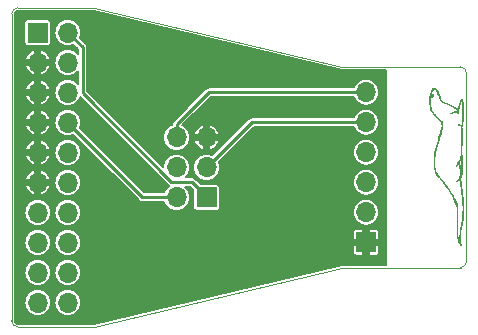
<source format=gbl>
G04 #@! TF.GenerationSoftware,KiCad,Pcbnew,5.0.1*
G04 #@! TF.CreationDate,2019-11-02T14:38:13+01:00*
G04 #@! TF.ProjectId,JlinkBreakout,4A6C696E6B427265616B6F75742E6B69,rev?*
G04 #@! TF.SameCoordinates,Original*
G04 #@! TF.FileFunction,Copper,L2,Bot,Signal*
G04 #@! TF.FilePolarity,Positive*
%FSLAX46Y46*%
G04 Gerber Fmt 4.6, Leading zero omitted, Abs format (unit mm)*
G04 Created by KiCad (PCBNEW 5.0.1) date Sat 02 Nov 2019 02:38:13 PM CET*
%MOMM*%
%LPD*%
G01*
G04 APERTURE LIST*
G04 #@! TA.AperFunction,NonConductor*
%ADD10C,0.050000*%
G04 #@! TD*
G04 #@! TA.AperFunction,EtchedComponent*
%ADD11C,0.010000*%
G04 #@! TD*
G04 #@! TA.AperFunction,ComponentPad*
%ADD12O,1.700000X1.700000*%
G04 #@! TD*
G04 #@! TA.AperFunction,ComponentPad*
%ADD13R,1.700000X1.700000*%
G04 #@! TD*
G04 #@! TA.AperFunction,Conductor*
%ADD14C,0.250000*%
G04 #@! TD*
G04 #@! TA.AperFunction,Conductor*
%ADD15C,0.157000*%
G04 #@! TD*
G04 APERTURE END LIST*
D10*
X58500000Y-60000000D02*
G75*
G02X58000000Y-59500000I0J500000D01*
G01*
X58000000Y-33500000D02*
G75*
G02X58500000Y-33000000I500000J0D01*
G01*
X96000000Y-38000000D02*
G75*
G02X96500000Y-38500000I0J-500000D01*
G01*
X96500000Y-54500000D02*
G75*
G02X96000000Y-55000000I-500000J0D01*
G01*
X86000000Y-38000000D02*
X65000000Y-33000000D01*
X96000000Y-38000000D02*
X86000000Y-38000000D01*
X96500000Y-54500000D02*
X96500000Y-38500000D01*
X86000000Y-55000000D02*
X96000000Y-55000000D01*
X65000000Y-60000000D02*
X86000000Y-55000000D01*
X65000000Y-33000000D02*
X58500000Y-33000000D01*
X58500000Y-60000000D02*
X65000000Y-60000000D01*
X58000000Y-33500000D02*
X58000000Y-59500000D01*
D11*
G04 #@! TO.C,G\002A\002A\002A*
G36*
X93503657Y-40505592D02*
X93524677Y-40547119D01*
X93556866Y-40559398D01*
X93597897Y-40540679D01*
X93614666Y-40525734D01*
X93635764Y-40487356D01*
X93647410Y-40432316D01*
X93648758Y-40374126D01*
X93638965Y-40326296D01*
X93628213Y-40308987D01*
X93590089Y-40290413D01*
X93572333Y-40292012D01*
X93572333Y-40418010D01*
X93593238Y-40420866D01*
X93596835Y-40448365D01*
X93587492Y-40481918D01*
X93571568Y-40500161D01*
X93562092Y-40499237D01*
X93547769Y-40473959D01*
X93551861Y-40440679D01*
X93572005Y-40418139D01*
X93572333Y-40418010D01*
X93572333Y-40292012D01*
X93547084Y-40294286D01*
X93515123Y-40318877D01*
X93513662Y-40321421D01*
X93503146Y-40357656D01*
X93496890Y-40411246D01*
X93496133Y-40436567D01*
X93503657Y-40505592D01*
X93503657Y-40505592D01*
G37*
X93503657Y-40505592D02*
X93524677Y-40547119D01*
X93556866Y-40559398D01*
X93597897Y-40540679D01*
X93614666Y-40525734D01*
X93635764Y-40487356D01*
X93647410Y-40432316D01*
X93648758Y-40374126D01*
X93638965Y-40326296D01*
X93628213Y-40308987D01*
X93590089Y-40290413D01*
X93572333Y-40292012D01*
X93572333Y-40418010D01*
X93593238Y-40420866D01*
X93596835Y-40448365D01*
X93587492Y-40481918D01*
X93571568Y-40500161D01*
X93562092Y-40499237D01*
X93547769Y-40473959D01*
X93551861Y-40440679D01*
X93572005Y-40418139D01*
X93572333Y-40418010D01*
X93572333Y-40292012D01*
X93547084Y-40294286D01*
X93515123Y-40318877D01*
X93513662Y-40321421D01*
X93503146Y-40357656D01*
X93496890Y-40411246D01*
X93496133Y-40436567D01*
X93503657Y-40505592D01*
G36*
X93344043Y-40782276D02*
X93354891Y-41067015D01*
X93387017Y-41328901D01*
X93428982Y-41527083D01*
X93457313Y-41627482D01*
X93487568Y-41705611D01*
X93525960Y-41772791D01*
X93578704Y-41840345D01*
X93634196Y-41900993D01*
X93695835Y-41968937D01*
X93760431Y-42045118D01*
X93815503Y-42114742D01*
X93822873Y-42124660D01*
X93864001Y-42174484D01*
X93924335Y-42239549D01*
X93997300Y-42313136D01*
X94076319Y-42388528D01*
X94121399Y-42429601D01*
X94200895Y-42501142D01*
X94258607Y-42554847D01*
X94298283Y-42595131D01*
X94323671Y-42626406D01*
X94338521Y-42653086D01*
X94346579Y-42679586D01*
X94349935Y-42698693D01*
X94364595Y-42761807D01*
X94386552Y-42822639D01*
X94391527Y-42833068D01*
X94403045Y-42857164D01*
X94409804Y-42879760D01*
X94411270Y-42907053D01*
X94406907Y-42945243D01*
X94396182Y-43000525D01*
X94378559Y-43079097D01*
X94365423Y-43135824D01*
X94327312Y-43294967D01*
X94287194Y-43451919D01*
X94243188Y-43613358D01*
X94193415Y-43785964D01*
X94135996Y-43976415D01*
X94069049Y-44191388D01*
X94062246Y-44212945D01*
X93975624Y-44496887D01*
X93900655Y-44762949D01*
X93837794Y-45009073D01*
X93787496Y-45233201D01*
X93750216Y-45433277D01*
X93726410Y-45607241D01*
X93716531Y-45753038D01*
X93716266Y-45777576D01*
X93718335Y-45848227D01*
X93724052Y-45944685D01*
X93732682Y-46059175D01*
X93743487Y-46183923D01*
X93755734Y-46311153D01*
X93768687Y-46433091D01*
X93781609Y-46541962D01*
X93793765Y-46629991D01*
X93800943Y-46672534D01*
X93809297Y-46733108D01*
X93811380Y-46786629D01*
X93809130Y-46809113D01*
X93811155Y-46850491D01*
X93831177Y-46914889D01*
X93865576Y-46995379D01*
X93900277Y-47065289D01*
X93936592Y-47124616D01*
X93981304Y-47182605D01*
X94041198Y-47248500D01*
X94082216Y-47290600D01*
X94154133Y-47365605D01*
X94230194Y-47448659D01*
X94300021Y-47528255D01*
X94341823Y-47578467D01*
X94404895Y-47656517D01*
X94476756Y-47744851D01*
X94544562Y-47827698D01*
X94562422Y-47849401D01*
X94612427Y-47911900D01*
X94656356Y-47970133D01*
X94688121Y-48015865D01*
X94698945Y-48034144D01*
X94720119Y-48066665D01*
X94758356Y-48116852D01*
X94807877Y-48177368D01*
X94853265Y-48230022D01*
X94923911Y-48316172D01*
X94988408Y-48406062D01*
X95038231Y-48487643D01*
X95045975Y-48502479D01*
X95086802Y-48581557D01*
X95134798Y-48671371D01*
X95180061Y-48753408D01*
X95183055Y-48758707D01*
X95327114Y-49030038D01*
X95470183Y-49333639D01*
X95573469Y-49574280D01*
X95700061Y-49880301D01*
X95680106Y-50617451D01*
X95675776Y-50796402D01*
X95672130Y-50985292D01*
X95669243Y-51176929D01*
X95667194Y-51364121D01*
X95666060Y-51539678D01*
X95665918Y-51696407D01*
X95666846Y-51827118D01*
X95666983Y-51837201D01*
X95669061Y-51978082D01*
X95671160Y-52090317D01*
X95673738Y-52179122D01*
X95677255Y-52249714D01*
X95682171Y-52307309D01*
X95688945Y-52357125D01*
X95698036Y-52404379D01*
X95709905Y-52454287D01*
X95725010Y-52512066D01*
X95727129Y-52520027D01*
X95754429Y-52613215D01*
X95786553Y-52708608D01*
X95819003Y-52793456D01*
X95841147Y-52843110D01*
X95880680Y-52916936D01*
X95921069Y-52981886D01*
X95958460Y-53032782D01*
X95988995Y-53064449D01*
X96008819Y-53071710D01*
X96010523Y-53070481D01*
X96011553Y-53050176D01*
X96004638Y-53005247D01*
X95991160Y-52943629D01*
X95982541Y-52909614D01*
X95958737Y-52784649D01*
X95945141Y-52633147D01*
X95941364Y-52460740D01*
X95947016Y-52273057D01*
X95961708Y-52075728D01*
X95985051Y-51874384D01*
X96016657Y-51674655D01*
X96056134Y-51482170D01*
X96090623Y-51346134D01*
X96116157Y-51251289D01*
X96136124Y-51168365D01*
X96151454Y-51090329D01*
X96163079Y-51010148D01*
X96171929Y-50920787D01*
X96178934Y-50815215D01*
X96185025Y-50686397D01*
X96188078Y-50609534D01*
X96193202Y-50492070D01*
X96199168Y-50382854D01*
X96205579Y-50287451D01*
X96212034Y-50211427D01*
X96218134Y-50160347D01*
X96221460Y-50143979D01*
X96231228Y-50089194D01*
X96236645Y-50011172D01*
X96237888Y-49920236D01*
X96235133Y-49826713D01*
X96228557Y-49740925D01*
X96218338Y-49673199D01*
X96213057Y-49652801D01*
X96200444Y-49589811D01*
X96192279Y-49496768D01*
X96188852Y-49377226D01*
X96188764Y-49356467D01*
X96186363Y-49276090D01*
X96179698Y-49169396D01*
X96169323Y-49041011D01*
X96155792Y-48895559D01*
X96139658Y-48737668D01*
X96121477Y-48571963D01*
X96101800Y-48403069D01*
X96081184Y-48235613D01*
X96060180Y-48074219D01*
X96039344Y-47923515D01*
X96019229Y-47788125D01*
X96000389Y-47672676D01*
X95983378Y-47581794D01*
X95968973Y-47520874D01*
X95962580Y-47489459D01*
X95964647Y-47457980D01*
X95977416Y-47417856D01*
X96003127Y-47360507D01*
X96019838Y-47326141D01*
X96053950Y-47249356D01*
X96083742Y-47169043D01*
X96103814Y-47100081D01*
X96106486Y-47087400D01*
X96111795Y-47040848D01*
X96116409Y-46962083D01*
X96120287Y-46852752D01*
X96123388Y-46714504D01*
X96125670Y-46548984D01*
X96127092Y-46357841D01*
X96127462Y-46255280D01*
X96127801Y-46077341D01*
X96127787Y-45930206D01*
X96127315Y-45810811D01*
X96126279Y-45716095D01*
X96124574Y-45642996D01*
X96122095Y-45588450D01*
X96118736Y-45549396D01*
X96114392Y-45522770D01*
X96108957Y-45505511D01*
X96102326Y-45494557D01*
X96101232Y-45493280D01*
X96096365Y-45488590D01*
X96092082Y-45484727D01*
X96088373Y-45479616D01*
X96085231Y-45471185D01*
X96082648Y-45457359D01*
X96080616Y-45436064D01*
X96079126Y-45405225D01*
X96078171Y-45362770D01*
X96077743Y-45306624D01*
X96077833Y-45234713D01*
X96078433Y-45144964D01*
X96079536Y-45035301D01*
X96081133Y-44903652D01*
X96083217Y-44747943D01*
X96085779Y-44566098D01*
X96088811Y-44356046D01*
X96092305Y-44115710D01*
X96095130Y-43920867D01*
X96096870Y-43767769D01*
X96097646Y-43620742D01*
X96097498Y-43484468D01*
X96096464Y-43363630D01*
X96094583Y-43262912D01*
X96091894Y-43186995D01*
X96088687Y-43142629D01*
X96081441Y-43074529D01*
X96079979Y-43030555D01*
X96085519Y-43001275D01*
X96099281Y-42977259D01*
X96112119Y-42961300D01*
X96141646Y-42909214D01*
X96160630Y-42842490D01*
X96161953Y-42833605D01*
X96164328Y-42798902D01*
X96166561Y-42734513D01*
X96168589Y-42644616D01*
X96170347Y-42533392D01*
X96171773Y-42405020D01*
X96172803Y-42263680D01*
X96173375Y-42113551D01*
X96173438Y-42075134D01*
X96173664Y-41918062D01*
X96173949Y-41764109D01*
X96174280Y-41618301D01*
X96174642Y-41485659D01*
X96175021Y-41371208D01*
X96175404Y-41279972D01*
X96175777Y-41216974D01*
X96175821Y-41211534D01*
X96175163Y-41111660D01*
X96172091Y-41001812D01*
X96167181Y-40899836D01*
X96164490Y-40860822D01*
X96157344Y-40782434D01*
X96149676Y-40731755D01*
X96139972Y-40702640D01*
X96126719Y-40688946D01*
X96121654Y-40686872D01*
X96083827Y-40683194D01*
X96049580Y-40699366D01*
X96017394Y-40737991D01*
X95985752Y-40801671D01*
X95953134Y-40893008D01*
X95918022Y-41014607D01*
X95907779Y-41053498D01*
X95880261Y-41151672D01*
X95848050Y-41254245D01*
X95815430Y-41348153D01*
X95790233Y-41412207D01*
X95728280Y-41556418D01*
X95649373Y-41499895D01*
X95600834Y-41469306D01*
X95523817Y-41426321D01*
X95420835Y-41372199D01*
X95294398Y-41308201D01*
X95147020Y-41235589D01*
X94981213Y-41155624D01*
X94799490Y-41069566D01*
X94689919Y-41018349D01*
X94385105Y-40876520D01*
X94305873Y-40705360D01*
X94266556Y-40614343D01*
X94224302Y-40506673D01*
X94185217Y-40398336D01*
X94164391Y-40335085D01*
X94120334Y-40211577D01*
X94068652Y-40095351D01*
X94012597Y-39992063D01*
X93955420Y-39907368D01*
X93900373Y-39846922D01*
X93871529Y-39825679D01*
X93815031Y-39803646D01*
X93792170Y-39799117D01*
X93792170Y-39851431D01*
X93826791Y-39865635D01*
X93859633Y-39889154D01*
X93901996Y-39931556D01*
X93945952Y-39996415D01*
X93992867Y-40086363D01*
X94044109Y-40204035D01*
X94101045Y-40352062D01*
X94103800Y-40359581D01*
X94158722Y-40506766D01*
X94205722Y-40625308D01*
X94246727Y-40718969D01*
X94283665Y-40791508D01*
X94318461Y-40846688D01*
X94353044Y-40888269D01*
X94389339Y-40920012D01*
X94391921Y-40921909D01*
X94442217Y-40957174D01*
X94489407Y-40986355D01*
X94540983Y-41013109D01*
X94604440Y-41041097D01*
X94687271Y-41073978D01*
X94759196Y-41101265D01*
X94816940Y-41123152D01*
X94866943Y-41142944D01*
X94913624Y-41162928D01*
X94961404Y-41185392D01*
X95014702Y-41212625D01*
X95077938Y-41246913D01*
X95155531Y-41290544D01*
X95251902Y-41345807D01*
X95371470Y-41414988D01*
X95422664Y-41444682D01*
X95529403Y-41507490D01*
X95608706Y-41556334D01*
X95663126Y-41592979D01*
X95695221Y-41619191D01*
X95707545Y-41636735D01*
X95707562Y-41641546D01*
X95698981Y-41676849D01*
X95688828Y-41724108D01*
X95688656Y-41724962D01*
X95675791Y-41763713D01*
X95657113Y-41772941D01*
X95651952Y-41771456D01*
X95579017Y-41751729D01*
X95509141Y-41754307D01*
X95475373Y-41761840D01*
X95418415Y-41780233D01*
X95351725Y-41807000D01*
X95282453Y-41838563D01*
X95217749Y-41871342D01*
X95164763Y-41901759D01*
X95130646Y-41926235D01*
X95121733Y-41938836D01*
X95132752Y-41945092D01*
X95167291Y-41937042D01*
X95227571Y-41913989D01*
X95294883Y-41884700D01*
X95373676Y-41851801D01*
X95449727Y-41824343D01*
X95512859Y-41805783D01*
X95544650Y-41799865D01*
X95593685Y-41798037D01*
X95627770Y-41807954D01*
X95662003Y-41835617D01*
X95679621Y-41853518D01*
X95715871Y-41888630D01*
X95743372Y-41910571D01*
X95751588Y-41914267D01*
X95763976Y-41901462D01*
X95763244Y-41872653D01*
X95751169Y-41842251D01*
X95741304Y-41830849D01*
X95731959Y-41817460D01*
X95730454Y-41794709D01*
X95737810Y-41756546D01*
X95755049Y-41696920D01*
X95773836Y-41638276D01*
X95802122Y-41551395D01*
X95836238Y-41446164D01*
X95871684Y-41336484D01*
X95901022Y-41245400D01*
X95942242Y-41121076D01*
X95980969Y-41011736D01*
X96015857Y-40920671D01*
X96045560Y-40851169D01*
X96068731Y-40806520D01*
X96084023Y-40790012D01*
X96086986Y-40791158D01*
X96096563Y-40818021D01*
X96105255Y-40873091D01*
X96112797Y-40950711D01*
X96118926Y-41045229D01*
X96123376Y-41150988D01*
X96125884Y-41262335D01*
X96126186Y-41373613D01*
X96124018Y-41479170D01*
X96121648Y-41533267D01*
X96117979Y-41626619D01*
X96115406Y-41745574D01*
X96113986Y-41881885D01*
X96113777Y-42027302D01*
X96114835Y-42173579D01*
X96116484Y-42278334D01*
X96119542Y-42453226D01*
X96120647Y-42596739D01*
X96119145Y-42711336D01*
X96114382Y-42799479D01*
X96105705Y-42863633D01*
X96092459Y-42906259D01*
X96073992Y-42929820D01*
X96061098Y-42933506D01*
X96061098Y-45569781D01*
X96068082Y-45578900D01*
X96073215Y-45597267D01*
X96077270Y-45632677D01*
X96080114Y-45697326D01*
X96081830Y-45786610D01*
X96082499Y-45895927D01*
X96082201Y-46020673D01*
X96081020Y-46156245D01*
X96079036Y-46298040D01*
X96076330Y-46441455D01*
X96072986Y-46581886D01*
X96069083Y-46714730D01*
X96064704Y-46835385D01*
X96059930Y-46939247D01*
X96054843Y-47021712D01*
X96049524Y-47078178D01*
X96046659Y-47095896D01*
X96029789Y-47163967D01*
X96010529Y-47227848D01*
X95996548Y-47265230D01*
X95983798Y-47292840D01*
X95976668Y-47301480D01*
X95974352Y-47287315D01*
X95976042Y-47246511D01*
X95980091Y-47187089D01*
X95982518Y-47108880D01*
X95981259Y-47005296D01*
X95976841Y-46884567D01*
X95969789Y-46754920D01*
X95960628Y-46624587D01*
X95949881Y-46501795D01*
X95938076Y-46394774D01*
X95925735Y-46311754D01*
X95923499Y-46300000D01*
X95906650Y-46229530D01*
X95886384Y-46164824D01*
X95866969Y-46119427D01*
X95866199Y-46118082D01*
X95834211Y-46063164D01*
X95899827Y-45940282D01*
X95939372Y-45859913D01*
X95980048Y-45767195D01*
X96013066Y-45682160D01*
X96013145Y-45681934D01*
X96036322Y-45617504D01*
X96051408Y-45581384D01*
X96061098Y-45569781D01*
X96061098Y-42933506D01*
X96049649Y-42936779D01*
X96018777Y-42929600D01*
X95980723Y-42910744D01*
X95953043Y-42894150D01*
X95904633Y-42865114D01*
X95874306Y-42852431D01*
X95851658Y-42854133D01*
X95826290Y-42868252D01*
X95824013Y-42869740D01*
X95785397Y-42903111D01*
X95766670Y-42936124D01*
X95771470Y-42959116D01*
X95790155Y-42957260D01*
X95812996Y-42941452D01*
X95840773Y-42920752D01*
X95867751Y-42916166D01*
X95903390Y-42928910D01*
X95956669Y-42959901D01*
X96031699Y-43006467D01*
X96042384Y-43201200D01*
X96044084Y-43254308D01*
X96045157Y-43337508D01*
X96045618Y-43447033D01*
X96045484Y-43579114D01*
X96044771Y-43729985D01*
X96043495Y-43895876D01*
X96041672Y-44073020D01*
X96039318Y-44257650D01*
X96037273Y-44395001D01*
X96033629Y-44615874D01*
X96030132Y-44805531D01*
X96026683Y-44966621D01*
X96023182Y-45101792D01*
X96019528Y-45213693D01*
X96015620Y-45304973D01*
X96011358Y-45378282D01*
X96006643Y-45436268D01*
X96001372Y-45481580D01*
X95995446Y-45516868D01*
X95994578Y-45521067D01*
X95960580Y-45663713D01*
X95922277Y-45783385D01*
X95874955Y-45890975D01*
X95813901Y-45997374D01*
X95743899Y-46100303D01*
X95687357Y-46184961D01*
X95639989Y-46267182D01*
X95604849Y-46340685D01*
X95584990Y-46399190D01*
X95582412Y-46432472D01*
X95593044Y-46432377D01*
X95618160Y-46404877D01*
X95655910Y-46352233D01*
X95687215Y-46304234D01*
X95727782Y-46241055D01*
X95761479Y-46190075D01*
X95784398Y-46157111D01*
X95792456Y-46147600D01*
X95802914Y-46161211D01*
X95822626Y-46195691D01*
X95833736Y-46216908D01*
X95862509Y-46286679D01*
X95885580Y-46373769D01*
X95903508Y-46481893D01*
X95916850Y-46614769D01*
X95926164Y-46776113D01*
X95928951Y-46851468D01*
X95931668Y-47025873D01*
X95927059Y-47170212D01*
X95914319Y-47287649D01*
X95892645Y-47381351D01*
X95861234Y-47454483D01*
X95819281Y-47510211D01*
X95765984Y-47551700D01*
X95748764Y-47561277D01*
X95713005Y-47586948D01*
X95680137Y-47621715D01*
X95657362Y-47656202D01*
X95651880Y-47681033D01*
X95654033Y-47684612D01*
X95670892Y-47680029D01*
X95702095Y-47656900D01*
X95719693Y-47640810D01*
X95757605Y-47608282D01*
X95788365Y-47589109D01*
X95796594Y-47586934D01*
X95820328Y-47575306D01*
X95854495Y-47546120D01*
X95867754Y-47532360D01*
X95897642Y-47501339D01*
X95915435Y-47486162D01*
X95917599Y-47486256D01*
X95919839Y-47505170D01*
X95925996Y-47551423D01*
X95935227Y-47618823D01*
X95946690Y-47701179D01*
X95951634Y-47736366D01*
X95987628Y-47995987D01*
X96020443Y-48240876D01*
X96049808Y-48468701D01*
X96075452Y-48677129D01*
X96097105Y-48863829D01*
X96114498Y-49026467D01*
X96127358Y-49162711D01*
X96135418Y-49270230D01*
X96138405Y-49346691D01*
X96138411Y-49348001D01*
X96140841Y-49438413D01*
X96146765Y-49528063D01*
X96155203Y-49604718D01*
X96162137Y-49644334D01*
X96177416Y-49742474D01*
X96185197Y-49859738D01*
X96185208Y-49982162D01*
X96177178Y-50095785D01*
X96171694Y-50135401D01*
X96165281Y-50187931D01*
X96158587Y-50265685D01*
X96152227Y-50360031D01*
X96146816Y-50462337D01*
X96144559Y-50516401D01*
X96139775Y-50616812D01*
X96132736Y-50712803D01*
X96122586Y-50811312D01*
X96108471Y-50919276D01*
X96089536Y-51043630D01*
X96064928Y-51191314D01*
X96052782Y-51261467D01*
X96019063Y-51456034D01*
X95991034Y-51621848D01*
X95968176Y-51763448D01*
X95949973Y-51885372D01*
X95935906Y-51992161D01*
X95925457Y-52088353D01*
X95918109Y-52178488D01*
X95913342Y-52267106D01*
X95910640Y-52358745D01*
X95909484Y-52457944D01*
X95909318Y-52518752D01*
X95909025Y-52623698D01*
X95908312Y-52716141D01*
X95907256Y-52791106D01*
X95905932Y-52843614D01*
X95904416Y-52868689D01*
X95903947Y-52870119D01*
X95890538Y-52854368D01*
X95871484Y-52810151D01*
X95848272Y-52742109D01*
X95822388Y-52654885D01*
X95795319Y-52553120D01*
X95773327Y-52462272D01*
X95712853Y-52201267D01*
X95725859Y-51168334D01*
X95729007Y-50918895D01*
X95731734Y-50701019D01*
X95734015Y-50512407D01*
X95735822Y-50350757D01*
X95737130Y-50213768D01*
X95737914Y-50099140D01*
X95738146Y-50004572D01*
X95737800Y-49927763D01*
X95736850Y-49866413D01*
X95735271Y-49818221D01*
X95733036Y-49780885D01*
X95730118Y-49752106D01*
X95726493Y-49729583D01*
X95722132Y-49711015D01*
X95717011Y-49694101D01*
X95711103Y-49676540D01*
X95708818Y-49669734D01*
X95669102Y-49565559D01*
X95612049Y-49438268D01*
X95539875Y-49292394D01*
X95454798Y-49132469D01*
X95385748Y-49009334D01*
X95326729Y-48906040D01*
X95262266Y-48792880D01*
X95199136Y-48681771D01*
X95144118Y-48584629D01*
X95130550Y-48560601D01*
X95061188Y-48439966D01*
X94995835Y-48332131D01*
X94930532Y-48231634D01*
X94861322Y-48133012D01*
X94784243Y-48030804D01*
X94695337Y-47919549D01*
X94590645Y-47793784D01*
X94484247Y-47669022D01*
X94423381Y-47597195D01*
X94349131Y-47508050D01*
X94269126Y-47410830D01*
X94190994Y-47314777D01*
X94155825Y-47271088D01*
X94061305Y-47149568D01*
X93984619Y-47040844D01*
X93923543Y-46938804D01*
X93875850Y-46837337D01*
X93839317Y-46730330D01*
X93811718Y-46611672D01*
X93790828Y-46475249D01*
X93774423Y-46314951D01*
X93765350Y-46198400D01*
X93754848Y-45987298D01*
X93756342Y-45798095D01*
X93770926Y-45620624D01*
X93799691Y-45444722D01*
X93843731Y-45260224D01*
X93879562Y-45135816D01*
X93904047Y-45051007D01*
X93933177Y-44943582D01*
X93964224Y-44823984D01*
X93994461Y-44702652D01*
X94013375Y-44623601D01*
X94043669Y-44501869D01*
X94079474Y-44369840D01*
X94117325Y-44239608D01*
X94153756Y-44123265D01*
X94173256Y-44065819D01*
X94209664Y-43958623D01*
X94247001Y-43841492D01*
X94281157Y-43727745D01*
X94308022Y-43630703D01*
X94310679Y-43620348D01*
X94332655Y-43528596D01*
X94356037Y-43422216D01*
X94379648Y-43307537D01*
X94402313Y-43190894D01*
X94422856Y-43078616D01*
X94440100Y-42977038D01*
X94452870Y-42892489D01*
X94459989Y-42831304D01*
X94461070Y-42810574D01*
X94456001Y-42748194D01*
X94442135Y-42684860D01*
X94422261Y-42626728D01*
X94399170Y-42579956D01*
X94375653Y-42550699D01*
X94354499Y-42545114D01*
X94344918Y-42554306D01*
X94329985Y-42549086D01*
X94295844Y-42522979D01*
X94246420Y-42479833D01*
X94185638Y-42423497D01*
X94117423Y-42357819D01*
X94045700Y-42286646D01*
X93974394Y-42213828D01*
X93907429Y-42143212D01*
X93848731Y-42078646D01*
X93802225Y-42023979D01*
X93795751Y-42015867D01*
X93741956Y-41950729D01*
X93680533Y-41880807D01*
X93640805Y-41838067D01*
X93593034Y-41785069D01*
X93557554Y-41735102D01*
X93530076Y-41679275D01*
X93506311Y-41608694D01*
X93481971Y-41514468D01*
X93479277Y-41503133D01*
X93420944Y-41186595D01*
X93395734Y-40868811D01*
X93394533Y-40781532D01*
X93394533Y-40546040D01*
X93495011Y-40252254D01*
X93532250Y-40147005D01*
X93565813Y-40059178D01*
X93593995Y-39992881D01*
X93615088Y-39952223D01*
X93624113Y-39941534D01*
X93656699Y-39921330D01*
X93700913Y-39892883D01*
X93710653Y-39886500D01*
X93757991Y-39858467D01*
X93792170Y-39851431D01*
X93792170Y-39799117D01*
X93738350Y-39788453D01*
X93702196Y-39784809D01*
X93589266Y-39776736D01*
X93466500Y-40149544D01*
X93343733Y-40522351D01*
X93344043Y-40782276D01*
X93344043Y-40782276D01*
G37*
X93344043Y-40782276D02*
X93354891Y-41067015D01*
X93387017Y-41328901D01*
X93428982Y-41527083D01*
X93457313Y-41627482D01*
X93487568Y-41705611D01*
X93525960Y-41772791D01*
X93578704Y-41840345D01*
X93634196Y-41900993D01*
X93695835Y-41968937D01*
X93760431Y-42045118D01*
X93815503Y-42114742D01*
X93822873Y-42124660D01*
X93864001Y-42174484D01*
X93924335Y-42239549D01*
X93997300Y-42313136D01*
X94076319Y-42388528D01*
X94121399Y-42429601D01*
X94200895Y-42501142D01*
X94258607Y-42554847D01*
X94298283Y-42595131D01*
X94323671Y-42626406D01*
X94338521Y-42653086D01*
X94346579Y-42679586D01*
X94349935Y-42698693D01*
X94364595Y-42761807D01*
X94386552Y-42822639D01*
X94391527Y-42833068D01*
X94403045Y-42857164D01*
X94409804Y-42879760D01*
X94411270Y-42907053D01*
X94406907Y-42945243D01*
X94396182Y-43000525D01*
X94378559Y-43079097D01*
X94365423Y-43135824D01*
X94327312Y-43294967D01*
X94287194Y-43451919D01*
X94243188Y-43613358D01*
X94193415Y-43785964D01*
X94135996Y-43976415D01*
X94069049Y-44191388D01*
X94062246Y-44212945D01*
X93975624Y-44496887D01*
X93900655Y-44762949D01*
X93837794Y-45009073D01*
X93787496Y-45233201D01*
X93750216Y-45433277D01*
X93726410Y-45607241D01*
X93716531Y-45753038D01*
X93716266Y-45777576D01*
X93718335Y-45848227D01*
X93724052Y-45944685D01*
X93732682Y-46059175D01*
X93743487Y-46183923D01*
X93755734Y-46311153D01*
X93768687Y-46433091D01*
X93781609Y-46541962D01*
X93793765Y-46629991D01*
X93800943Y-46672534D01*
X93809297Y-46733108D01*
X93811380Y-46786629D01*
X93809130Y-46809113D01*
X93811155Y-46850491D01*
X93831177Y-46914889D01*
X93865576Y-46995379D01*
X93900277Y-47065289D01*
X93936592Y-47124616D01*
X93981304Y-47182605D01*
X94041198Y-47248500D01*
X94082216Y-47290600D01*
X94154133Y-47365605D01*
X94230194Y-47448659D01*
X94300021Y-47528255D01*
X94341823Y-47578467D01*
X94404895Y-47656517D01*
X94476756Y-47744851D01*
X94544562Y-47827698D01*
X94562422Y-47849401D01*
X94612427Y-47911900D01*
X94656356Y-47970133D01*
X94688121Y-48015865D01*
X94698945Y-48034144D01*
X94720119Y-48066665D01*
X94758356Y-48116852D01*
X94807877Y-48177368D01*
X94853265Y-48230022D01*
X94923911Y-48316172D01*
X94988408Y-48406062D01*
X95038231Y-48487643D01*
X95045975Y-48502479D01*
X95086802Y-48581557D01*
X95134798Y-48671371D01*
X95180061Y-48753408D01*
X95183055Y-48758707D01*
X95327114Y-49030038D01*
X95470183Y-49333639D01*
X95573469Y-49574280D01*
X95700061Y-49880301D01*
X95680106Y-50617451D01*
X95675776Y-50796402D01*
X95672130Y-50985292D01*
X95669243Y-51176929D01*
X95667194Y-51364121D01*
X95666060Y-51539678D01*
X95665918Y-51696407D01*
X95666846Y-51827118D01*
X95666983Y-51837201D01*
X95669061Y-51978082D01*
X95671160Y-52090317D01*
X95673738Y-52179122D01*
X95677255Y-52249714D01*
X95682171Y-52307309D01*
X95688945Y-52357125D01*
X95698036Y-52404379D01*
X95709905Y-52454287D01*
X95725010Y-52512066D01*
X95727129Y-52520027D01*
X95754429Y-52613215D01*
X95786553Y-52708608D01*
X95819003Y-52793456D01*
X95841147Y-52843110D01*
X95880680Y-52916936D01*
X95921069Y-52981886D01*
X95958460Y-53032782D01*
X95988995Y-53064449D01*
X96008819Y-53071710D01*
X96010523Y-53070481D01*
X96011553Y-53050176D01*
X96004638Y-53005247D01*
X95991160Y-52943629D01*
X95982541Y-52909614D01*
X95958737Y-52784649D01*
X95945141Y-52633147D01*
X95941364Y-52460740D01*
X95947016Y-52273057D01*
X95961708Y-52075728D01*
X95985051Y-51874384D01*
X96016657Y-51674655D01*
X96056134Y-51482170D01*
X96090623Y-51346134D01*
X96116157Y-51251289D01*
X96136124Y-51168365D01*
X96151454Y-51090329D01*
X96163079Y-51010148D01*
X96171929Y-50920787D01*
X96178934Y-50815215D01*
X96185025Y-50686397D01*
X96188078Y-50609534D01*
X96193202Y-50492070D01*
X96199168Y-50382854D01*
X96205579Y-50287451D01*
X96212034Y-50211427D01*
X96218134Y-50160347D01*
X96221460Y-50143979D01*
X96231228Y-50089194D01*
X96236645Y-50011172D01*
X96237888Y-49920236D01*
X96235133Y-49826713D01*
X96228557Y-49740925D01*
X96218338Y-49673199D01*
X96213057Y-49652801D01*
X96200444Y-49589811D01*
X96192279Y-49496768D01*
X96188852Y-49377226D01*
X96188764Y-49356467D01*
X96186363Y-49276090D01*
X96179698Y-49169396D01*
X96169323Y-49041011D01*
X96155792Y-48895559D01*
X96139658Y-48737668D01*
X96121477Y-48571963D01*
X96101800Y-48403069D01*
X96081184Y-48235613D01*
X96060180Y-48074219D01*
X96039344Y-47923515D01*
X96019229Y-47788125D01*
X96000389Y-47672676D01*
X95983378Y-47581794D01*
X95968973Y-47520874D01*
X95962580Y-47489459D01*
X95964647Y-47457980D01*
X95977416Y-47417856D01*
X96003127Y-47360507D01*
X96019838Y-47326141D01*
X96053950Y-47249356D01*
X96083742Y-47169043D01*
X96103814Y-47100081D01*
X96106486Y-47087400D01*
X96111795Y-47040848D01*
X96116409Y-46962083D01*
X96120287Y-46852752D01*
X96123388Y-46714504D01*
X96125670Y-46548984D01*
X96127092Y-46357841D01*
X96127462Y-46255280D01*
X96127801Y-46077341D01*
X96127787Y-45930206D01*
X96127315Y-45810811D01*
X96126279Y-45716095D01*
X96124574Y-45642996D01*
X96122095Y-45588450D01*
X96118736Y-45549396D01*
X96114392Y-45522770D01*
X96108957Y-45505511D01*
X96102326Y-45494557D01*
X96101232Y-45493280D01*
X96096365Y-45488590D01*
X96092082Y-45484727D01*
X96088373Y-45479616D01*
X96085231Y-45471185D01*
X96082648Y-45457359D01*
X96080616Y-45436064D01*
X96079126Y-45405225D01*
X96078171Y-45362770D01*
X96077743Y-45306624D01*
X96077833Y-45234713D01*
X96078433Y-45144964D01*
X96079536Y-45035301D01*
X96081133Y-44903652D01*
X96083217Y-44747943D01*
X96085779Y-44566098D01*
X96088811Y-44356046D01*
X96092305Y-44115710D01*
X96095130Y-43920867D01*
X96096870Y-43767769D01*
X96097646Y-43620742D01*
X96097498Y-43484468D01*
X96096464Y-43363630D01*
X96094583Y-43262912D01*
X96091894Y-43186995D01*
X96088687Y-43142629D01*
X96081441Y-43074529D01*
X96079979Y-43030555D01*
X96085519Y-43001275D01*
X96099281Y-42977259D01*
X96112119Y-42961300D01*
X96141646Y-42909214D01*
X96160630Y-42842490D01*
X96161953Y-42833605D01*
X96164328Y-42798902D01*
X96166561Y-42734513D01*
X96168589Y-42644616D01*
X96170347Y-42533392D01*
X96171773Y-42405020D01*
X96172803Y-42263680D01*
X96173375Y-42113551D01*
X96173438Y-42075134D01*
X96173664Y-41918062D01*
X96173949Y-41764109D01*
X96174280Y-41618301D01*
X96174642Y-41485659D01*
X96175021Y-41371208D01*
X96175404Y-41279972D01*
X96175777Y-41216974D01*
X96175821Y-41211534D01*
X96175163Y-41111660D01*
X96172091Y-41001812D01*
X96167181Y-40899836D01*
X96164490Y-40860822D01*
X96157344Y-40782434D01*
X96149676Y-40731755D01*
X96139972Y-40702640D01*
X96126719Y-40688946D01*
X96121654Y-40686872D01*
X96083827Y-40683194D01*
X96049580Y-40699366D01*
X96017394Y-40737991D01*
X95985752Y-40801671D01*
X95953134Y-40893008D01*
X95918022Y-41014607D01*
X95907779Y-41053498D01*
X95880261Y-41151672D01*
X95848050Y-41254245D01*
X95815430Y-41348153D01*
X95790233Y-41412207D01*
X95728280Y-41556418D01*
X95649373Y-41499895D01*
X95600834Y-41469306D01*
X95523817Y-41426321D01*
X95420835Y-41372199D01*
X95294398Y-41308201D01*
X95147020Y-41235589D01*
X94981213Y-41155624D01*
X94799490Y-41069566D01*
X94689919Y-41018349D01*
X94385105Y-40876520D01*
X94305873Y-40705360D01*
X94266556Y-40614343D01*
X94224302Y-40506673D01*
X94185217Y-40398336D01*
X94164391Y-40335085D01*
X94120334Y-40211577D01*
X94068652Y-40095351D01*
X94012597Y-39992063D01*
X93955420Y-39907368D01*
X93900373Y-39846922D01*
X93871529Y-39825679D01*
X93815031Y-39803646D01*
X93792170Y-39799117D01*
X93792170Y-39851431D01*
X93826791Y-39865635D01*
X93859633Y-39889154D01*
X93901996Y-39931556D01*
X93945952Y-39996415D01*
X93992867Y-40086363D01*
X94044109Y-40204035D01*
X94101045Y-40352062D01*
X94103800Y-40359581D01*
X94158722Y-40506766D01*
X94205722Y-40625308D01*
X94246727Y-40718969D01*
X94283665Y-40791508D01*
X94318461Y-40846688D01*
X94353044Y-40888269D01*
X94389339Y-40920012D01*
X94391921Y-40921909D01*
X94442217Y-40957174D01*
X94489407Y-40986355D01*
X94540983Y-41013109D01*
X94604440Y-41041097D01*
X94687271Y-41073978D01*
X94759196Y-41101265D01*
X94816940Y-41123152D01*
X94866943Y-41142944D01*
X94913624Y-41162928D01*
X94961404Y-41185392D01*
X95014702Y-41212625D01*
X95077938Y-41246913D01*
X95155531Y-41290544D01*
X95251902Y-41345807D01*
X95371470Y-41414988D01*
X95422664Y-41444682D01*
X95529403Y-41507490D01*
X95608706Y-41556334D01*
X95663126Y-41592979D01*
X95695221Y-41619191D01*
X95707545Y-41636735D01*
X95707562Y-41641546D01*
X95698981Y-41676849D01*
X95688828Y-41724108D01*
X95688656Y-41724962D01*
X95675791Y-41763713D01*
X95657113Y-41772941D01*
X95651952Y-41771456D01*
X95579017Y-41751729D01*
X95509141Y-41754307D01*
X95475373Y-41761840D01*
X95418415Y-41780233D01*
X95351725Y-41807000D01*
X95282453Y-41838563D01*
X95217749Y-41871342D01*
X95164763Y-41901759D01*
X95130646Y-41926235D01*
X95121733Y-41938836D01*
X95132752Y-41945092D01*
X95167291Y-41937042D01*
X95227571Y-41913989D01*
X95294883Y-41884700D01*
X95373676Y-41851801D01*
X95449727Y-41824343D01*
X95512859Y-41805783D01*
X95544650Y-41799865D01*
X95593685Y-41798037D01*
X95627770Y-41807954D01*
X95662003Y-41835617D01*
X95679621Y-41853518D01*
X95715871Y-41888630D01*
X95743372Y-41910571D01*
X95751588Y-41914267D01*
X95763976Y-41901462D01*
X95763244Y-41872653D01*
X95751169Y-41842251D01*
X95741304Y-41830849D01*
X95731959Y-41817460D01*
X95730454Y-41794709D01*
X95737810Y-41756546D01*
X95755049Y-41696920D01*
X95773836Y-41638276D01*
X95802122Y-41551395D01*
X95836238Y-41446164D01*
X95871684Y-41336484D01*
X95901022Y-41245400D01*
X95942242Y-41121076D01*
X95980969Y-41011736D01*
X96015857Y-40920671D01*
X96045560Y-40851169D01*
X96068731Y-40806520D01*
X96084023Y-40790012D01*
X96086986Y-40791158D01*
X96096563Y-40818021D01*
X96105255Y-40873091D01*
X96112797Y-40950711D01*
X96118926Y-41045229D01*
X96123376Y-41150988D01*
X96125884Y-41262335D01*
X96126186Y-41373613D01*
X96124018Y-41479170D01*
X96121648Y-41533267D01*
X96117979Y-41626619D01*
X96115406Y-41745574D01*
X96113986Y-41881885D01*
X96113777Y-42027302D01*
X96114835Y-42173579D01*
X96116484Y-42278334D01*
X96119542Y-42453226D01*
X96120647Y-42596739D01*
X96119145Y-42711336D01*
X96114382Y-42799479D01*
X96105705Y-42863633D01*
X96092459Y-42906259D01*
X96073992Y-42929820D01*
X96061098Y-42933506D01*
X96061098Y-45569781D01*
X96068082Y-45578900D01*
X96073215Y-45597267D01*
X96077270Y-45632677D01*
X96080114Y-45697326D01*
X96081830Y-45786610D01*
X96082499Y-45895927D01*
X96082201Y-46020673D01*
X96081020Y-46156245D01*
X96079036Y-46298040D01*
X96076330Y-46441455D01*
X96072986Y-46581886D01*
X96069083Y-46714730D01*
X96064704Y-46835385D01*
X96059930Y-46939247D01*
X96054843Y-47021712D01*
X96049524Y-47078178D01*
X96046659Y-47095896D01*
X96029789Y-47163967D01*
X96010529Y-47227848D01*
X95996548Y-47265230D01*
X95983798Y-47292840D01*
X95976668Y-47301480D01*
X95974352Y-47287315D01*
X95976042Y-47246511D01*
X95980091Y-47187089D01*
X95982518Y-47108880D01*
X95981259Y-47005296D01*
X95976841Y-46884567D01*
X95969789Y-46754920D01*
X95960628Y-46624587D01*
X95949881Y-46501795D01*
X95938076Y-46394774D01*
X95925735Y-46311754D01*
X95923499Y-46300000D01*
X95906650Y-46229530D01*
X95886384Y-46164824D01*
X95866969Y-46119427D01*
X95866199Y-46118082D01*
X95834211Y-46063164D01*
X95899827Y-45940282D01*
X95939372Y-45859913D01*
X95980048Y-45767195D01*
X96013066Y-45682160D01*
X96013145Y-45681934D01*
X96036322Y-45617504D01*
X96051408Y-45581384D01*
X96061098Y-45569781D01*
X96061098Y-42933506D01*
X96049649Y-42936779D01*
X96018777Y-42929600D01*
X95980723Y-42910744D01*
X95953043Y-42894150D01*
X95904633Y-42865114D01*
X95874306Y-42852431D01*
X95851658Y-42854133D01*
X95826290Y-42868252D01*
X95824013Y-42869740D01*
X95785397Y-42903111D01*
X95766670Y-42936124D01*
X95771470Y-42959116D01*
X95790155Y-42957260D01*
X95812996Y-42941452D01*
X95840773Y-42920752D01*
X95867751Y-42916166D01*
X95903390Y-42928910D01*
X95956669Y-42959901D01*
X96031699Y-43006467D01*
X96042384Y-43201200D01*
X96044084Y-43254308D01*
X96045157Y-43337508D01*
X96045618Y-43447033D01*
X96045484Y-43579114D01*
X96044771Y-43729985D01*
X96043495Y-43895876D01*
X96041672Y-44073020D01*
X96039318Y-44257650D01*
X96037273Y-44395001D01*
X96033629Y-44615874D01*
X96030132Y-44805531D01*
X96026683Y-44966621D01*
X96023182Y-45101792D01*
X96019528Y-45213693D01*
X96015620Y-45304973D01*
X96011358Y-45378282D01*
X96006643Y-45436268D01*
X96001372Y-45481580D01*
X95995446Y-45516868D01*
X95994578Y-45521067D01*
X95960580Y-45663713D01*
X95922277Y-45783385D01*
X95874955Y-45890975D01*
X95813901Y-45997374D01*
X95743899Y-46100303D01*
X95687357Y-46184961D01*
X95639989Y-46267182D01*
X95604849Y-46340685D01*
X95584990Y-46399190D01*
X95582412Y-46432472D01*
X95593044Y-46432377D01*
X95618160Y-46404877D01*
X95655910Y-46352233D01*
X95687215Y-46304234D01*
X95727782Y-46241055D01*
X95761479Y-46190075D01*
X95784398Y-46157111D01*
X95792456Y-46147600D01*
X95802914Y-46161211D01*
X95822626Y-46195691D01*
X95833736Y-46216908D01*
X95862509Y-46286679D01*
X95885580Y-46373769D01*
X95903508Y-46481893D01*
X95916850Y-46614769D01*
X95926164Y-46776113D01*
X95928951Y-46851468D01*
X95931668Y-47025873D01*
X95927059Y-47170212D01*
X95914319Y-47287649D01*
X95892645Y-47381351D01*
X95861234Y-47454483D01*
X95819281Y-47510211D01*
X95765984Y-47551700D01*
X95748764Y-47561277D01*
X95713005Y-47586948D01*
X95680137Y-47621715D01*
X95657362Y-47656202D01*
X95651880Y-47681033D01*
X95654033Y-47684612D01*
X95670892Y-47680029D01*
X95702095Y-47656900D01*
X95719693Y-47640810D01*
X95757605Y-47608282D01*
X95788365Y-47589109D01*
X95796594Y-47586934D01*
X95820328Y-47575306D01*
X95854495Y-47546120D01*
X95867754Y-47532360D01*
X95897642Y-47501339D01*
X95915435Y-47486162D01*
X95917599Y-47486256D01*
X95919839Y-47505170D01*
X95925996Y-47551423D01*
X95935227Y-47618823D01*
X95946690Y-47701179D01*
X95951634Y-47736366D01*
X95987628Y-47995987D01*
X96020443Y-48240876D01*
X96049808Y-48468701D01*
X96075452Y-48677129D01*
X96097105Y-48863829D01*
X96114498Y-49026467D01*
X96127358Y-49162711D01*
X96135418Y-49270230D01*
X96138405Y-49346691D01*
X96138411Y-49348001D01*
X96140841Y-49438413D01*
X96146765Y-49528063D01*
X96155203Y-49604718D01*
X96162137Y-49644334D01*
X96177416Y-49742474D01*
X96185197Y-49859738D01*
X96185208Y-49982162D01*
X96177178Y-50095785D01*
X96171694Y-50135401D01*
X96165281Y-50187931D01*
X96158587Y-50265685D01*
X96152227Y-50360031D01*
X96146816Y-50462337D01*
X96144559Y-50516401D01*
X96139775Y-50616812D01*
X96132736Y-50712803D01*
X96122586Y-50811312D01*
X96108471Y-50919276D01*
X96089536Y-51043630D01*
X96064928Y-51191314D01*
X96052782Y-51261467D01*
X96019063Y-51456034D01*
X95991034Y-51621848D01*
X95968176Y-51763448D01*
X95949973Y-51885372D01*
X95935906Y-51992161D01*
X95925457Y-52088353D01*
X95918109Y-52178488D01*
X95913342Y-52267106D01*
X95910640Y-52358745D01*
X95909484Y-52457944D01*
X95909318Y-52518752D01*
X95909025Y-52623698D01*
X95908312Y-52716141D01*
X95907256Y-52791106D01*
X95905932Y-52843614D01*
X95904416Y-52868689D01*
X95903947Y-52870119D01*
X95890538Y-52854368D01*
X95871484Y-52810151D01*
X95848272Y-52742109D01*
X95822388Y-52654885D01*
X95795319Y-52553120D01*
X95773327Y-52462272D01*
X95712853Y-52201267D01*
X95725859Y-51168334D01*
X95729007Y-50918895D01*
X95731734Y-50701019D01*
X95734015Y-50512407D01*
X95735822Y-50350757D01*
X95737130Y-50213768D01*
X95737914Y-50099140D01*
X95738146Y-50004572D01*
X95737800Y-49927763D01*
X95736850Y-49866413D01*
X95735271Y-49818221D01*
X95733036Y-49780885D01*
X95730118Y-49752106D01*
X95726493Y-49729583D01*
X95722132Y-49711015D01*
X95717011Y-49694101D01*
X95711103Y-49676540D01*
X95708818Y-49669734D01*
X95669102Y-49565559D01*
X95612049Y-49438268D01*
X95539875Y-49292394D01*
X95454798Y-49132469D01*
X95385748Y-49009334D01*
X95326729Y-48906040D01*
X95262266Y-48792880D01*
X95199136Y-48681771D01*
X95144118Y-48584629D01*
X95130550Y-48560601D01*
X95061188Y-48439966D01*
X94995835Y-48332131D01*
X94930532Y-48231634D01*
X94861322Y-48133012D01*
X94784243Y-48030804D01*
X94695337Y-47919549D01*
X94590645Y-47793784D01*
X94484247Y-47669022D01*
X94423381Y-47597195D01*
X94349131Y-47508050D01*
X94269126Y-47410830D01*
X94190994Y-47314777D01*
X94155825Y-47271088D01*
X94061305Y-47149568D01*
X93984619Y-47040844D01*
X93923543Y-46938804D01*
X93875850Y-46837337D01*
X93839317Y-46730330D01*
X93811718Y-46611672D01*
X93790828Y-46475249D01*
X93774423Y-46314951D01*
X93765350Y-46198400D01*
X93754848Y-45987298D01*
X93756342Y-45798095D01*
X93770926Y-45620624D01*
X93799691Y-45444722D01*
X93843731Y-45260224D01*
X93879562Y-45135816D01*
X93904047Y-45051007D01*
X93933177Y-44943582D01*
X93964224Y-44823984D01*
X93994461Y-44702652D01*
X94013375Y-44623601D01*
X94043669Y-44501869D01*
X94079474Y-44369840D01*
X94117325Y-44239608D01*
X94153756Y-44123265D01*
X94173256Y-44065819D01*
X94209664Y-43958623D01*
X94247001Y-43841492D01*
X94281157Y-43727745D01*
X94308022Y-43630703D01*
X94310679Y-43620348D01*
X94332655Y-43528596D01*
X94356037Y-43422216D01*
X94379648Y-43307537D01*
X94402313Y-43190894D01*
X94422856Y-43078616D01*
X94440100Y-42977038D01*
X94452870Y-42892489D01*
X94459989Y-42831304D01*
X94461070Y-42810574D01*
X94456001Y-42748194D01*
X94442135Y-42684860D01*
X94422261Y-42626728D01*
X94399170Y-42579956D01*
X94375653Y-42550699D01*
X94354499Y-42545114D01*
X94344918Y-42554306D01*
X94329985Y-42549086D01*
X94295844Y-42522979D01*
X94246420Y-42479833D01*
X94185638Y-42423497D01*
X94117423Y-42357819D01*
X94045700Y-42286646D01*
X93974394Y-42213828D01*
X93907429Y-42143212D01*
X93848731Y-42078646D01*
X93802225Y-42023979D01*
X93795751Y-42015867D01*
X93741956Y-41950729D01*
X93680533Y-41880807D01*
X93640805Y-41838067D01*
X93593034Y-41785069D01*
X93557554Y-41735102D01*
X93530076Y-41679275D01*
X93506311Y-41608694D01*
X93481971Y-41514468D01*
X93479277Y-41503133D01*
X93420944Y-41186595D01*
X93395734Y-40868811D01*
X93394533Y-40781532D01*
X93394533Y-40546040D01*
X93495011Y-40252254D01*
X93532250Y-40147005D01*
X93565813Y-40059178D01*
X93593995Y-39992881D01*
X93615088Y-39952223D01*
X93624113Y-39941534D01*
X93656699Y-39921330D01*
X93700913Y-39892883D01*
X93710653Y-39886500D01*
X93757991Y-39858467D01*
X93792170Y-39851431D01*
X93792170Y-39799117D01*
X93738350Y-39788453D01*
X93702196Y-39784809D01*
X93589266Y-39776736D01*
X93466500Y-40149544D01*
X93343733Y-40522351D01*
X93344043Y-40782276D01*
G04 #@! TD*
D12*
G04 #@! TO.P,J3,6*
G04 #@! TO.N,SWO*
X88000000Y-40150000D03*
G04 #@! TO.P,J3,5*
G04 #@! TO.N,RST*
X88000000Y-42690000D03*
G04 #@! TO.P,J3,4*
G04 #@! TO.N,CLK*
X88000000Y-45230000D03*
G04 #@! TO.P,J3,3*
G04 #@! TO.N,REF*
X88000000Y-47770000D03*
G04 #@! TO.P,J3,2*
G04 #@! TO.N,DIO*
X88000000Y-50310000D03*
D13*
G04 #@! TO.P,J3,1*
G04 #@! TO.N,GND*
X88000000Y-52850000D03*
G04 #@! TD*
D12*
G04 #@! TO.P,J2,6*
G04 #@! TO.N,SWO*
X71960000Y-43970000D03*
G04 #@! TO.P,J2,5*
G04 #@! TO.N,GND*
X74500000Y-43970000D03*
G04 #@! TO.P,J2,4*
G04 #@! TO.N,CLK*
X71960000Y-46510000D03*
G04 #@! TO.P,J2,3*
G04 #@! TO.N,RST*
X74500000Y-46510000D03*
G04 #@! TO.P,J2,2*
G04 #@! TO.N,DIO*
X71960000Y-49050000D03*
D13*
G04 #@! TO.P,J2,1*
G04 #@! TO.N,REF*
X74500000Y-49050000D03*
G04 #@! TD*
D12*
G04 #@! TO.P,J1,20*
G04 #@! TO.N,Net-(J1-Pad20)*
X62740000Y-57960000D03*
G04 #@! TO.P,J1,19*
G04 #@! TO.N,Net-(J1-Pad19)*
X60200000Y-57960000D03*
G04 #@! TO.P,J1,18*
G04 #@! TO.N,Net-(J1-Pad18)*
X62740000Y-55420000D03*
G04 #@! TO.P,J1,17*
G04 #@! TO.N,Net-(J1-Pad17)*
X60200000Y-55420000D03*
G04 #@! TO.P,J1,16*
G04 #@! TO.N,RST*
X62740000Y-52880000D03*
G04 #@! TO.P,J1,15*
G04 #@! TO.N,Net-(J1-Pad15)*
X60200000Y-52880000D03*
G04 #@! TO.P,J1,14*
G04 #@! TO.N,SWO*
X62740000Y-50340000D03*
G04 #@! TO.P,J1,13*
G04 #@! TO.N,Net-(J1-Pad13)*
X60200000Y-50340000D03*
G04 #@! TO.P,J1,12*
G04 #@! TO.N,Net-(J1-Pad12)*
X62740000Y-47800000D03*
G04 #@! TO.P,J1,11*
G04 #@! TO.N,GND*
X60200000Y-47800000D03*
G04 #@! TO.P,J1,10*
G04 #@! TO.N,CLK*
X62740000Y-45260000D03*
G04 #@! TO.P,J1,9*
G04 #@! TO.N,GND*
X60200000Y-45260000D03*
G04 #@! TO.P,J1,8*
G04 #@! TO.N,DIO*
X62740000Y-42720000D03*
G04 #@! TO.P,J1,7*
G04 #@! TO.N,GND*
X60200000Y-42720000D03*
G04 #@! TO.P,J1,6*
G04 #@! TO.N,Net-(J1-Pad6)*
X62740000Y-40180000D03*
G04 #@! TO.P,J1,5*
G04 #@! TO.N,GND*
X60200000Y-40180000D03*
G04 #@! TO.P,J1,4*
G04 #@! TO.N,Net-(J1-Pad4)*
X62740000Y-37640000D03*
G04 #@! TO.P,J1,3*
G04 #@! TO.N,GND*
X60200000Y-37640000D03*
G04 #@! TO.P,J1,2*
G04 #@! TO.N,REF*
X62740000Y-35100000D03*
D13*
G04 #@! TO.P,J1,1*
G04 #@! TO.N,Net-(J1-Pad1)*
X60200000Y-35100000D03*
G04 #@! TD*
D14*
G04 #@! TO.N,RST*
X78340000Y-42690000D02*
X74540000Y-46490000D01*
X88000000Y-42690000D02*
X78340000Y-42690000D01*
G04 #@! TO.N,SWO*
X86797919Y-40150000D02*
X88000000Y-40150000D01*
X72000000Y-42850000D02*
X72000000Y-43950000D01*
X74700000Y-40150000D02*
X72000000Y-42850000D01*
X76450000Y-40150000D02*
X76600000Y-40150000D01*
X76600000Y-40150000D02*
X74700000Y-40150000D01*
X76600000Y-40150000D02*
X86797919Y-40150000D01*
G04 #@! TO.N,DIO*
X69050000Y-49030000D02*
X62740000Y-42720000D01*
X72000000Y-49030000D02*
X69050000Y-49030000D01*
G04 #@! TO.N,REF*
X64000000Y-40229002D02*
X64000000Y-36360000D01*
X73260000Y-47750000D02*
X71520998Y-47750000D01*
X64000000Y-36360000D02*
X62740000Y-35100000D01*
X71520998Y-47750000D02*
X64000000Y-40229002D01*
X74540000Y-49030000D02*
X73260000Y-47750000D01*
G04 #@! TD*
D15*
G04 #@! TO.N,GND*
G36*
X85931958Y-38251581D02*
X85948933Y-38256730D01*
X85969638Y-38258769D01*
X85990214Y-38261576D01*
X86007900Y-38260500D01*
X89721500Y-38260500D01*
X89721500Y-54739500D01*
X86007900Y-54739500D01*
X85990214Y-54738424D01*
X85969638Y-54741231D01*
X85948933Y-54743270D01*
X85931958Y-54748419D01*
X64969416Y-59739500D01*
X58512742Y-59739500D01*
X58453721Y-59733713D01*
X58409213Y-59720275D01*
X58368153Y-59698443D01*
X58332119Y-59669054D01*
X58302483Y-59633231D01*
X58280365Y-59592325D01*
X58266615Y-59547907D01*
X58260500Y-59489725D01*
X58260500Y-57960000D01*
X59066040Y-57960000D01*
X59087829Y-58181225D01*
X59152358Y-58393948D01*
X59257147Y-58589994D01*
X59398169Y-58761831D01*
X59570006Y-58902853D01*
X59766052Y-59007642D01*
X59978775Y-59072171D01*
X60144564Y-59088500D01*
X60255436Y-59088500D01*
X60421225Y-59072171D01*
X60633948Y-59007642D01*
X60829994Y-58902853D01*
X61001831Y-58761831D01*
X61142853Y-58589994D01*
X61247642Y-58393948D01*
X61312171Y-58181225D01*
X61333960Y-57960000D01*
X61606040Y-57960000D01*
X61627829Y-58181225D01*
X61692358Y-58393948D01*
X61797147Y-58589994D01*
X61938169Y-58761831D01*
X62110006Y-58902853D01*
X62306052Y-59007642D01*
X62518775Y-59072171D01*
X62684564Y-59088500D01*
X62795436Y-59088500D01*
X62961225Y-59072171D01*
X63173948Y-59007642D01*
X63369994Y-58902853D01*
X63541831Y-58761831D01*
X63682853Y-58589994D01*
X63787642Y-58393948D01*
X63852171Y-58181225D01*
X63873960Y-57960000D01*
X63852171Y-57738775D01*
X63787642Y-57526052D01*
X63682853Y-57330006D01*
X63541831Y-57158169D01*
X63369994Y-57017147D01*
X63173948Y-56912358D01*
X62961225Y-56847829D01*
X62795436Y-56831500D01*
X62684564Y-56831500D01*
X62518775Y-56847829D01*
X62306052Y-56912358D01*
X62110006Y-57017147D01*
X61938169Y-57158169D01*
X61797147Y-57330006D01*
X61692358Y-57526052D01*
X61627829Y-57738775D01*
X61606040Y-57960000D01*
X61333960Y-57960000D01*
X61312171Y-57738775D01*
X61247642Y-57526052D01*
X61142853Y-57330006D01*
X61001831Y-57158169D01*
X60829994Y-57017147D01*
X60633948Y-56912358D01*
X60421225Y-56847829D01*
X60255436Y-56831500D01*
X60144564Y-56831500D01*
X59978775Y-56847829D01*
X59766052Y-56912358D01*
X59570006Y-57017147D01*
X59398169Y-57158169D01*
X59257147Y-57330006D01*
X59152358Y-57526052D01*
X59087829Y-57738775D01*
X59066040Y-57960000D01*
X58260500Y-57960000D01*
X58260500Y-55420000D01*
X59066040Y-55420000D01*
X59087829Y-55641225D01*
X59152358Y-55853948D01*
X59257147Y-56049994D01*
X59398169Y-56221831D01*
X59570006Y-56362853D01*
X59766052Y-56467642D01*
X59978775Y-56532171D01*
X60144564Y-56548500D01*
X60255436Y-56548500D01*
X60421225Y-56532171D01*
X60633948Y-56467642D01*
X60829994Y-56362853D01*
X61001831Y-56221831D01*
X61142853Y-56049994D01*
X61247642Y-55853948D01*
X61312171Y-55641225D01*
X61333960Y-55420000D01*
X61606040Y-55420000D01*
X61627829Y-55641225D01*
X61692358Y-55853948D01*
X61797147Y-56049994D01*
X61938169Y-56221831D01*
X62110006Y-56362853D01*
X62306052Y-56467642D01*
X62518775Y-56532171D01*
X62684564Y-56548500D01*
X62795436Y-56548500D01*
X62961225Y-56532171D01*
X63173948Y-56467642D01*
X63369994Y-56362853D01*
X63541831Y-56221831D01*
X63682853Y-56049994D01*
X63787642Y-55853948D01*
X63852171Y-55641225D01*
X63873960Y-55420000D01*
X63852171Y-55198775D01*
X63787642Y-54986052D01*
X63682853Y-54790006D01*
X63541831Y-54618169D01*
X63369994Y-54477147D01*
X63173948Y-54372358D01*
X62961225Y-54307829D01*
X62795436Y-54291500D01*
X62684564Y-54291500D01*
X62518775Y-54307829D01*
X62306052Y-54372358D01*
X62110006Y-54477147D01*
X61938169Y-54618169D01*
X61797147Y-54790006D01*
X61692358Y-54986052D01*
X61627829Y-55198775D01*
X61606040Y-55420000D01*
X61333960Y-55420000D01*
X61312171Y-55198775D01*
X61247642Y-54986052D01*
X61142853Y-54790006D01*
X61001831Y-54618169D01*
X60829994Y-54477147D01*
X60633948Y-54372358D01*
X60421225Y-54307829D01*
X60255436Y-54291500D01*
X60144564Y-54291500D01*
X59978775Y-54307829D01*
X59766052Y-54372358D01*
X59570006Y-54477147D01*
X59398169Y-54618169D01*
X59257147Y-54790006D01*
X59152358Y-54986052D01*
X59087829Y-55198775D01*
X59066040Y-55420000D01*
X58260500Y-55420000D01*
X58260500Y-52880000D01*
X59066040Y-52880000D01*
X59087829Y-53101225D01*
X59152358Y-53313948D01*
X59257147Y-53509994D01*
X59398169Y-53681831D01*
X59570006Y-53822853D01*
X59766052Y-53927642D01*
X59978775Y-53992171D01*
X60144564Y-54008500D01*
X60255436Y-54008500D01*
X60421225Y-53992171D01*
X60633948Y-53927642D01*
X60829994Y-53822853D01*
X61001831Y-53681831D01*
X61142853Y-53509994D01*
X61247642Y-53313948D01*
X61312171Y-53101225D01*
X61333960Y-52880000D01*
X61606040Y-52880000D01*
X61627829Y-53101225D01*
X61692358Y-53313948D01*
X61797147Y-53509994D01*
X61938169Y-53681831D01*
X62110006Y-53822853D01*
X62306052Y-53927642D01*
X62518775Y-53992171D01*
X62684564Y-54008500D01*
X62795436Y-54008500D01*
X62961225Y-53992171D01*
X63173948Y-53927642D01*
X63369994Y-53822853D01*
X63541831Y-53681831D01*
X63682853Y-53509994D01*
X63787642Y-53313948D01*
X63840067Y-53141125D01*
X86871500Y-53141125D01*
X86871500Y-53727430D01*
X86882203Y-53781235D01*
X86903196Y-53831919D01*
X86933675Y-53877533D01*
X86972466Y-53916325D01*
X87018081Y-53946803D01*
X87068764Y-53967797D01*
X87122570Y-53978500D01*
X87708875Y-53978500D01*
X87778500Y-53908875D01*
X87778500Y-53071500D01*
X88221500Y-53071500D01*
X88221500Y-53908875D01*
X88291125Y-53978500D01*
X88877430Y-53978500D01*
X88931236Y-53967797D01*
X88981919Y-53946803D01*
X89027534Y-53916325D01*
X89066325Y-53877533D01*
X89096804Y-53831919D01*
X89117797Y-53781235D01*
X89128500Y-53727430D01*
X89128500Y-53141125D01*
X89058875Y-53071500D01*
X88221500Y-53071500D01*
X87778500Y-53071500D01*
X86941125Y-53071500D01*
X86871500Y-53141125D01*
X63840067Y-53141125D01*
X63852171Y-53101225D01*
X63873960Y-52880000D01*
X63852171Y-52658775D01*
X63787642Y-52446052D01*
X63682853Y-52250006D01*
X63541831Y-52078169D01*
X63413158Y-51972570D01*
X86871500Y-51972570D01*
X86871500Y-52558875D01*
X86941125Y-52628500D01*
X87778500Y-52628500D01*
X87778500Y-51791125D01*
X88221500Y-51791125D01*
X88221500Y-52628500D01*
X89058875Y-52628500D01*
X89128500Y-52558875D01*
X89128500Y-51972570D01*
X89117797Y-51918765D01*
X89096804Y-51868081D01*
X89066325Y-51822467D01*
X89027534Y-51783675D01*
X88981919Y-51753197D01*
X88931236Y-51732203D01*
X88877430Y-51721500D01*
X88291125Y-51721500D01*
X88221500Y-51791125D01*
X87778500Y-51791125D01*
X87708875Y-51721500D01*
X87122570Y-51721500D01*
X87068764Y-51732203D01*
X87018081Y-51753197D01*
X86972466Y-51783675D01*
X86933675Y-51822467D01*
X86903196Y-51868081D01*
X86882203Y-51918765D01*
X86871500Y-51972570D01*
X63413158Y-51972570D01*
X63369994Y-51937147D01*
X63173948Y-51832358D01*
X62961225Y-51767829D01*
X62795436Y-51751500D01*
X62684564Y-51751500D01*
X62518775Y-51767829D01*
X62306052Y-51832358D01*
X62110006Y-51937147D01*
X61938169Y-52078169D01*
X61797147Y-52250006D01*
X61692358Y-52446052D01*
X61627829Y-52658775D01*
X61606040Y-52880000D01*
X61333960Y-52880000D01*
X61312171Y-52658775D01*
X61247642Y-52446052D01*
X61142853Y-52250006D01*
X61001831Y-52078169D01*
X60829994Y-51937147D01*
X60633948Y-51832358D01*
X60421225Y-51767829D01*
X60255436Y-51751500D01*
X60144564Y-51751500D01*
X59978775Y-51767829D01*
X59766052Y-51832358D01*
X59570006Y-51937147D01*
X59398169Y-52078169D01*
X59257147Y-52250006D01*
X59152358Y-52446052D01*
X59087829Y-52658775D01*
X59066040Y-52880000D01*
X58260500Y-52880000D01*
X58260500Y-50340000D01*
X59066040Y-50340000D01*
X59087829Y-50561225D01*
X59152358Y-50773948D01*
X59257147Y-50969994D01*
X59398169Y-51141831D01*
X59570006Y-51282853D01*
X59766052Y-51387642D01*
X59978775Y-51452171D01*
X60144564Y-51468500D01*
X60255436Y-51468500D01*
X60421225Y-51452171D01*
X60633948Y-51387642D01*
X60829994Y-51282853D01*
X61001831Y-51141831D01*
X61142853Y-50969994D01*
X61247642Y-50773948D01*
X61312171Y-50561225D01*
X61333960Y-50340000D01*
X61606040Y-50340000D01*
X61627829Y-50561225D01*
X61692358Y-50773948D01*
X61797147Y-50969994D01*
X61938169Y-51141831D01*
X62110006Y-51282853D01*
X62306052Y-51387642D01*
X62518775Y-51452171D01*
X62684564Y-51468500D01*
X62795436Y-51468500D01*
X62961225Y-51452171D01*
X63173948Y-51387642D01*
X63369994Y-51282853D01*
X63541831Y-51141831D01*
X63682853Y-50969994D01*
X63787642Y-50773948D01*
X63852171Y-50561225D01*
X63873960Y-50340000D01*
X63871006Y-50310000D01*
X86866040Y-50310000D01*
X86887829Y-50531225D01*
X86952358Y-50743948D01*
X87057147Y-50939994D01*
X87198169Y-51111831D01*
X87370006Y-51252853D01*
X87566052Y-51357642D01*
X87778775Y-51422171D01*
X87944564Y-51438500D01*
X88055436Y-51438500D01*
X88221225Y-51422171D01*
X88433948Y-51357642D01*
X88629994Y-51252853D01*
X88801831Y-51111831D01*
X88942853Y-50939994D01*
X89047642Y-50743948D01*
X89112171Y-50531225D01*
X89133960Y-50310000D01*
X89112171Y-50088775D01*
X89047642Y-49876052D01*
X88942853Y-49680006D01*
X88801831Y-49508169D01*
X88629994Y-49367147D01*
X88433948Y-49262358D01*
X88221225Y-49197829D01*
X88055436Y-49181500D01*
X87944564Y-49181500D01*
X87778775Y-49197829D01*
X87566052Y-49262358D01*
X87370006Y-49367147D01*
X87198169Y-49508169D01*
X87057147Y-49680006D01*
X86952358Y-49876052D01*
X86887829Y-50088775D01*
X86866040Y-50310000D01*
X63871006Y-50310000D01*
X63852171Y-50118775D01*
X63787642Y-49906052D01*
X63682853Y-49710006D01*
X63541831Y-49538169D01*
X63369994Y-49397147D01*
X63173948Y-49292358D01*
X62961225Y-49227829D01*
X62795436Y-49211500D01*
X62684564Y-49211500D01*
X62518775Y-49227829D01*
X62306052Y-49292358D01*
X62110006Y-49397147D01*
X61938169Y-49538169D01*
X61797147Y-49710006D01*
X61692358Y-49906052D01*
X61627829Y-50118775D01*
X61606040Y-50340000D01*
X61333960Y-50340000D01*
X61312171Y-50118775D01*
X61247642Y-49906052D01*
X61142853Y-49710006D01*
X61001831Y-49538169D01*
X60829994Y-49397147D01*
X60633948Y-49292358D01*
X60421225Y-49227829D01*
X60255436Y-49211500D01*
X60144564Y-49211500D01*
X59978775Y-49227829D01*
X59766052Y-49292358D01*
X59570006Y-49397147D01*
X59398169Y-49538169D01*
X59257147Y-49710006D01*
X59152358Y-49906052D01*
X59087829Y-50118775D01*
X59066040Y-50340000D01*
X58260500Y-50340000D01*
X58260500Y-48191875D01*
X59141725Y-48191875D01*
X59174580Y-48271222D01*
X59286214Y-48462217D01*
X59432964Y-48627764D01*
X59609191Y-48761500D01*
X59808123Y-48858286D01*
X59978500Y-48836935D01*
X59978500Y-48021500D01*
X60421500Y-48021500D01*
X60421500Y-48836935D01*
X60591877Y-48858286D01*
X60790809Y-48761500D01*
X60967036Y-48627764D01*
X61113786Y-48462217D01*
X61225420Y-48271222D01*
X61258275Y-48191875D01*
X61235449Y-48021500D01*
X60421500Y-48021500D01*
X59978500Y-48021500D01*
X59164551Y-48021500D01*
X59141725Y-48191875D01*
X58260500Y-48191875D01*
X58260500Y-47800000D01*
X61606040Y-47800000D01*
X61627829Y-48021225D01*
X61692358Y-48233948D01*
X61797147Y-48429994D01*
X61938169Y-48601831D01*
X62110006Y-48742853D01*
X62306052Y-48847642D01*
X62518775Y-48912171D01*
X62684564Y-48928500D01*
X62795436Y-48928500D01*
X62961225Y-48912171D01*
X63173948Y-48847642D01*
X63369994Y-48742853D01*
X63541831Y-48601831D01*
X63682853Y-48429994D01*
X63787642Y-48233948D01*
X63852171Y-48021225D01*
X63873960Y-47800000D01*
X63852171Y-47578775D01*
X63787642Y-47366052D01*
X63682853Y-47170006D01*
X63541831Y-46998169D01*
X63369994Y-46857147D01*
X63173948Y-46752358D01*
X62961225Y-46687829D01*
X62795436Y-46671500D01*
X62684564Y-46671500D01*
X62518775Y-46687829D01*
X62306052Y-46752358D01*
X62110006Y-46857147D01*
X61938169Y-46998169D01*
X61797147Y-47170006D01*
X61692358Y-47366052D01*
X61627829Y-47578775D01*
X61606040Y-47800000D01*
X58260500Y-47800000D01*
X58260500Y-47408125D01*
X59141725Y-47408125D01*
X59164551Y-47578500D01*
X59978500Y-47578500D01*
X59978500Y-46763065D01*
X60421500Y-46763065D01*
X60421500Y-47578500D01*
X61235449Y-47578500D01*
X61258275Y-47408125D01*
X61225420Y-47328778D01*
X61113786Y-47137783D01*
X60967036Y-46972236D01*
X60790809Y-46838500D01*
X60591877Y-46741714D01*
X60421500Y-46763065D01*
X59978500Y-46763065D01*
X59808123Y-46741714D01*
X59609191Y-46838500D01*
X59432964Y-46972236D01*
X59286214Y-47137783D01*
X59174580Y-47328778D01*
X59141725Y-47408125D01*
X58260500Y-47408125D01*
X58260500Y-45651875D01*
X59141725Y-45651875D01*
X59174580Y-45731222D01*
X59286214Y-45922217D01*
X59432964Y-46087764D01*
X59609191Y-46221500D01*
X59808123Y-46318286D01*
X59978500Y-46296935D01*
X59978500Y-45481500D01*
X60421500Y-45481500D01*
X60421500Y-46296935D01*
X60591877Y-46318286D01*
X60790809Y-46221500D01*
X60967036Y-46087764D01*
X61113786Y-45922217D01*
X61225420Y-45731222D01*
X61258275Y-45651875D01*
X61235449Y-45481500D01*
X60421500Y-45481500D01*
X59978500Y-45481500D01*
X59164551Y-45481500D01*
X59141725Y-45651875D01*
X58260500Y-45651875D01*
X58260500Y-45260000D01*
X61606040Y-45260000D01*
X61627829Y-45481225D01*
X61692358Y-45693948D01*
X61797147Y-45889994D01*
X61938169Y-46061831D01*
X62110006Y-46202853D01*
X62306052Y-46307642D01*
X62518775Y-46372171D01*
X62684564Y-46388500D01*
X62795436Y-46388500D01*
X62961225Y-46372171D01*
X63173948Y-46307642D01*
X63369994Y-46202853D01*
X63541831Y-46061831D01*
X63682853Y-45889994D01*
X63787642Y-45693948D01*
X63852171Y-45481225D01*
X63873960Y-45260000D01*
X63852171Y-45038775D01*
X63787642Y-44826052D01*
X63682853Y-44630006D01*
X63541831Y-44458169D01*
X63369994Y-44317147D01*
X63173948Y-44212358D01*
X62961225Y-44147829D01*
X62795436Y-44131500D01*
X62684564Y-44131500D01*
X62518775Y-44147829D01*
X62306052Y-44212358D01*
X62110006Y-44317147D01*
X61938169Y-44458169D01*
X61797147Y-44630006D01*
X61692358Y-44826052D01*
X61627829Y-45038775D01*
X61606040Y-45260000D01*
X58260500Y-45260000D01*
X58260500Y-44868125D01*
X59141725Y-44868125D01*
X59164551Y-45038500D01*
X59978500Y-45038500D01*
X59978500Y-44223065D01*
X60421500Y-44223065D01*
X60421500Y-45038500D01*
X61235449Y-45038500D01*
X61258275Y-44868125D01*
X61225420Y-44788778D01*
X61113786Y-44597783D01*
X60967036Y-44432236D01*
X60790809Y-44298500D01*
X60591877Y-44201714D01*
X60421500Y-44223065D01*
X59978500Y-44223065D01*
X59808123Y-44201714D01*
X59609191Y-44298500D01*
X59432964Y-44432236D01*
X59286214Y-44597783D01*
X59174580Y-44788778D01*
X59141725Y-44868125D01*
X58260500Y-44868125D01*
X58260500Y-43111875D01*
X59141725Y-43111875D01*
X59174580Y-43191222D01*
X59286214Y-43382217D01*
X59432964Y-43547764D01*
X59609191Y-43681500D01*
X59808123Y-43778286D01*
X59978500Y-43756935D01*
X59978500Y-42941500D01*
X60421500Y-42941500D01*
X60421500Y-43756935D01*
X60591877Y-43778286D01*
X60790809Y-43681500D01*
X60967036Y-43547764D01*
X61113786Y-43382217D01*
X61225420Y-43191222D01*
X61258275Y-43111875D01*
X61235449Y-42941500D01*
X60421500Y-42941500D01*
X59978500Y-42941500D01*
X59164551Y-42941500D01*
X59141725Y-43111875D01*
X58260500Y-43111875D01*
X58260500Y-42328125D01*
X59141725Y-42328125D01*
X59164551Y-42498500D01*
X59978500Y-42498500D01*
X59978500Y-41683065D01*
X60421500Y-41683065D01*
X60421500Y-42498500D01*
X61235449Y-42498500D01*
X61258275Y-42328125D01*
X61225420Y-42248778D01*
X61113786Y-42057783D01*
X60967036Y-41892236D01*
X60790809Y-41758500D01*
X60591877Y-41661714D01*
X60421500Y-41683065D01*
X59978500Y-41683065D01*
X59808123Y-41661714D01*
X59609191Y-41758500D01*
X59432964Y-41892236D01*
X59286214Y-42057783D01*
X59174580Y-42248778D01*
X59141725Y-42328125D01*
X58260500Y-42328125D01*
X58260500Y-40571875D01*
X59141725Y-40571875D01*
X59174580Y-40651222D01*
X59286214Y-40842217D01*
X59432964Y-41007764D01*
X59609191Y-41141500D01*
X59808123Y-41238286D01*
X59978500Y-41216935D01*
X59978500Y-40401500D01*
X60421500Y-40401500D01*
X60421500Y-41216935D01*
X60591877Y-41238286D01*
X60790809Y-41141500D01*
X60967036Y-41007764D01*
X61113786Y-40842217D01*
X61225420Y-40651222D01*
X61258275Y-40571875D01*
X61235449Y-40401500D01*
X60421500Y-40401500D01*
X59978500Y-40401500D01*
X59164551Y-40401500D01*
X59141725Y-40571875D01*
X58260500Y-40571875D01*
X58260500Y-39788125D01*
X59141725Y-39788125D01*
X59164551Y-39958500D01*
X59978500Y-39958500D01*
X59978500Y-39143065D01*
X60421500Y-39143065D01*
X60421500Y-39958500D01*
X61235449Y-39958500D01*
X61258275Y-39788125D01*
X61225420Y-39708778D01*
X61113786Y-39517783D01*
X60967036Y-39352236D01*
X60790809Y-39218500D01*
X60591877Y-39121714D01*
X60421500Y-39143065D01*
X59978500Y-39143065D01*
X59808123Y-39121714D01*
X59609191Y-39218500D01*
X59432964Y-39352236D01*
X59286214Y-39517783D01*
X59174580Y-39708778D01*
X59141725Y-39788125D01*
X58260500Y-39788125D01*
X58260500Y-38031875D01*
X59141725Y-38031875D01*
X59174580Y-38111222D01*
X59286214Y-38302217D01*
X59432964Y-38467764D01*
X59609191Y-38601500D01*
X59808123Y-38698286D01*
X59978500Y-38676935D01*
X59978500Y-37861500D01*
X60421500Y-37861500D01*
X60421500Y-38676935D01*
X60591877Y-38698286D01*
X60790809Y-38601500D01*
X60967036Y-38467764D01*
X61113786Y-38302217D01*
X61225420Y-38111222D01*
X61258275Y-38031875D01*
X61235449Y-37861500D01*
X60421500Y-37861500D01*
X59978500Y-37861500D01*
X59164551Y-37861500D01*
X59141725Y-38031875D01*
X58260500Y-38031875D01*
X58260500Y-37248125D01*
X59141725Y-37248125D01*
X59164551Y-37418500D01*
X59978500Y-37418500D01*
X59978500Y-36603065D01*
X60421500Y-36603065D01*
X60421500Y-37418500D01*
X61235449Y-37418500D01*
X61258275Y-37248125D01*
X61225420Y-37168778D01*
X61113786Y-36977783D01*
X60967036Y-36812236D01*
X60790809Y-36678500D01*
X60591877Y-36581714D01*
X60421500Y-36603065D01*
X59978500Y-36603065D01*
X59808123Y-36581714D01*
X59609191Y-36678500D01*
X59432964Y-36812236D01*
X59286214Y-36977783D01*
X59174580Y-37168778D01*
X59141725Y-37248125D01*
X58260500Y-37248125D01*
X58260500Y-34250000D01*
X59070153Y-34250000D01*
X59070153Y-35950000D01*
X59075530Y-36004595D01*
X59091455Y-36057093D01*
X59117316Y-36105475D01*
X59152118Y-36147882D01*
X59194525Y-36182684D01*
X59242907Y-36208545D01*
X59295405Y-36224470D01*
X59350000Y-36229847D01*
X61050000Y-36229847D01*
X61104595Y-36224470D01*
X61157093Y-36208545D01*
X61205475Y-36182684D01*
X61247882Y-36147882D01*
X61282684Y-36105475D01*
X61308545Y-36057093D01*
X61324470Y-36004595D01*
X61329847Y-35950000D01*
X61329847Y-35100000D01*
X61606040Y-35100000D01*
X61627829Y-35321225D01*
X61692358Y-35533948D01*
X61797147Y-35729994D01*
X61938169Y-35901831D01*
X62110006Y-36042853D01*
X62306052Y-36147642D01*
X62518775Y-36212171D01*
X62684564Y-36228500D01*
X62795436Y-36228500D01*
X62961225Y-36212171D01*
X63173948Y-36147642D01*
X63202008Y-36132643D01*
X63596501Y-36527136D01*
X63596501Y-36904785D01*
X63541831Y-36838169D01*
X63369994Y-36697147D01*
X63173948Y-36592358D01*
X62961225Y-36527829D01*
X62795436Y-36511500D01*
X62684564Y-36511500D01*
X62518775Y-36527829D01*
X62306052Y-36592358D01*
X62110006Y-36697147D01*
X61938169Y-36838169D01*
X61797147Y-37010006D01*
X61692358Y-37206052D01*
X61627829Y-37418775D01*
X61606040Y-37640000D01*
X61627829Y-37861225D01*
X61692358Y-38073948D01*
X61797147Y-38269994D01*
X61938169Y-38441831D01*
X62110006Y-38582853D01*
X62306052Y-38687642D01*
X62518775Y-38752171D01*
X62684564Y-38768500D01*
X62795436Y-38768500D01*
X62961225Y-38752171D01*
X63173948Y-38687642D01*
X63369994Y-38582853D01*
X63541831Y-38441831D01*
X63596500Y-38375216D01*
X63596500Y-39444784D01*
X63541831Y-39378169D01*
X63369994Y-39237147D01*
X63173948Y-39132358D01*
X62961225Y-39067829D01*
X62795436Y-39051500D01*
X62684564Y-39051500D01*
X62518775Y-39067829D01*
X62306052Y-39132358D01*
X62110006Y-39237147D01*
X61938169Y-39378169D01*
X61797147Y-39550006D01*
X61692358Y-39746052D01*
X61627829Y-39958775D01*
X61606040Y-40180000D01*
X61627829Y-40401225D01*
X61692358Y-40613948D01*
X61797147Y-40809994D01*
X61938169Y-40981831D01*
X62110006Y-41122853D01*
X62306052Y-41227642D01*
X62518775Y-41292171D01*
X62684564Y-41308500D01*
X62795436Y-41308500D01*
X62961225Y-41292171D01*
X63173948Y-41227642D01*
X63369994Y-41122853D01*
X63541831Y-40981831D01*
X63682853Y-40809994D01*
X63787642Y-40613948D01*
X63793849Y-40593486D01*
X71221665Y-48021302D01*
X71234300Y-48036698D01*
X71295741Y-48087121D01*
X71331606Y-48106292D01*
X71330006Y-48107147D01*
X71158169Y-48248169D01*
X71017147Y-48420006D01*
X70912358Y-48616052D01*
X70909189Y-48626500D01*
X69217135Y-48626500D01*
X63772643Y-43182008D01*
X63787642Y-43153948D01*
X63852171Y-42941225D01*
X63873960Y-42720000D01*
X63852171Y-42498775D01*
X63787642Y-42286052D01*
X63682853Y-42090006D01*
X63541831Y-41918169D01*
X63369994Y-41777147D01*
X63173948Y-41672358D01*
X62961225Y-41607829D01*
X62795436Y-41591500D01*
X62684564Y-41591500D01*
X62518775Y-41607829D01*
X62306052Y-41672358D01*
X62110006Y-41777147D01*
X61938169Y-41918169D01*
X61797147Y-42090006D01*
X61692358Y-42286052D01*
X61627829Y-42498775D01*
X61606040Y-42720000D01*
X61627829Y-42941225D01*
X61692358Y-43153948D01*
X61797147Y-43349994D01*
X61938169Y-43521831D01*
X62110006Y-43662853D01*
X62306052Y-43767642D01*
X62518775Y-43832171D01*
X62684564Y-43848500D01*
X62795436Y-43848500D01*
X62961225Y-43832171D01*
X63173948Y-43767642D01*
X63202008Y-43752643D01*
X68750667Y-49301302D01*
X68763302Y-49316698D01*
X68824742Y-49367120D01*
X68824743Y-49367121D01*
X68894840Y-49404589D01*
X68970900Y-49427661D01*
X69050000Y-49435452D01*
X69069818Y-49433500D01*
X70897055Y-49433500D01*
X70912358Y-49483948D01*
X71017147Y-49679994D01*
X71158169Y-49851831D01*
X71330006Y-49992853D01*
X71526052Y-50097642D01*
X71738775Y-50162171D01*
X71904564Y-50178500D01*
X72015436Y-50178500D01*
X72181225Y-50162171D01*
X72393948Y-50097642D01*
X72589994Y-49992853D01*
X72761831Y-49851831D01*
X72902853Y-49679994D01*
X73007642Y-49483948D01*
X73072171Y-49271225D01*
X73093960Y-49050000D01*
X73072171Y-48828775D01*
X73007642Y-48616052D01*
X72902853Y-48420006D01*
X72761831Y-48248169D01*
X72646476Y-48153500D01*
X73092865Y-48153500D01*
X73370153Y-48430788D01*
X73370153Y-49900000D01*
X73375530Y-49954595D01*
X73391455Y-50007093D01*
X73417316Y-50055475D01*
X73452118Y-50097882D01*
X73494525Y-50132684D01*
X73542907Y-50158545D01*
X73595405Y-50174470D01*
X73650000Y-50179847D01*
X75350000Y-50179847D01*
X75404595Y-50174470D01*
X75457093Y-50158545D01*
X75505475Y-50132684D01*
X75547882Y-50097882D01*
X75582684Y-50055475D01*
X75608545Y-50007093D01*
X75624470Y-49954595D01*
X75629847Y-49900000D01*
X75629847Y-48200000D01*
X75624470Y-48145405D01*
X75608545Y-48092907D01*
X75582684Y-48044525D01*
X75547882Y-48002118D01*
X75505475Y-47967316D01*
X75457093Y-47941455D01*
X75404595Y-47925530D01*
X75350000Y-47920153D01*
X74000788Y-47920153D01*
X73850635Y-47770000D01*
X86866040Y-47770000D01*
X86887829Y-47991225D01*
X86952358Y-48203948D01*
X87057147Y-48399994D01*
X87198169Y-48571831D01*
X87370006Y-48712853D01*
X87566052Y-48817642D01*
X87778775Y-48882171D01*
X87944564Y-48898500D01*
X88055436Y-48898500D01*
X88221225Y-48882171D01*
X88433948Y-48817642D01*
X88629994Y-48712853D01*
X88801831Y-48571831D01*
X88942853Y-48399994D01*
X89047642Y-48203948D01*
X89112171Y-47991225D01*
X89133960Y-47770000D01*
X89112171Y-47548775D01*
X89047642Y-47336052D01*
X88942853Y-47140006D01*
X88801831Y-46968169D01*
X88629994Y-46827147D01*
X88433948Y-46722358D01*
X88221225Y-46657829D01*
X88055436Y-46641500D01*
X87944564Y-46641500D01*
X87778775Y-46657829D01*
X87566052Y-46722358D01*
X87370006Y-46827147D01*
X87198169Y-46968169D01*
X87057147Y-47140006D01*
X86952358Y-47336052D01*
X86887829Y-47548775D01*
X86866040Y-47770000D01*
X73850635Y-47770000D01*
X73559333Y-47478698D01*
X73546698Y-47463302D01*
X73485257Y-47412879D01*
X73415160Y-47375411D01*
X73339100Y-47352339D01*
X73279818Y-47346500D01*
X73260000Y-47344548D01*
X73240182Y-47346500D01*
X72719586Y-47346500D01*
X72761831Y-47311831D01*
X72902853Y-47139994D01*
X73007642Y-46943948D01*
X73072171Y-46731225D01*
X73093960Y-46510000D01*
X73366040Y-46510000D01*
X73387829Y-46731225D01*
X73452358Y-46943948D01*
X73557147Y-47139994D01*
X73698169Y-47311831D01*
X73870006Y-47452853D01*
X74066052Y-47557642D01*
X74278775Y-47622171D01*
X74444564Y-47638500D01*
X74555436Y-47638500D01*
X74721225Y-47622171D01*
X74933948Y-47557642D01*
X75129994Y-47452853D01*
X75301831Y-47311831D01*
X75442853Y-47139994D01*
X75547642Y-46943948D01*
X75612171Y-46731225D01*
X75633960Y-46510000D01*
X75612171Y-46288775D01*
X75547642Y-46076052D01*
X75539610Y-46061025D01*
X76370635Y-45230000D01*
X86866040Y-45230000D01*
X86887829Y-45451225D01*
X86952358Y-45663948D01*
X87057147Y-45859994D01*
X87198169Y-46031831D01*
X87370006Y-46172853D01*
X87566052Y-46277642D01*
X87778775Y-46342171D01*
X87944564Y-46358500D01*
X88055436Y-46358500D01*
X88221225Y-46342171D01*
X88433948Y-46277642D01*
X88629994Y-46172853D01*
X88801831Y-46031831D01*
X88942853Y-45859994D01*
X89047642Y-45663948D01*
X89112171Y-45451225D01*
X89133960Y-45230000D01*
X89112171Y-45008775D01*
X89047642Y-44796052D01*
X88942853Y-44600006D01*
X88801831Y-44428169D01*
X88629994Y-44287147D01*
X88433948Y-44182358D01*
X88221225Y-44117829D01*
X88055436Y-44101500D01*
X87944564Y-44101500D01*
X87778775Y-44117829D01*
X87566052Y-44182358D01*
X87370006Y-44287147D01*
X87198169Y-44428169D01*
X87057147Y-44600006D01*
X86952358Y-44796052D01*
X86887829Y-45008775D01*
X86866040Y-45230000D01*
X76370635Y-45230000D01*
X78507135Y-43093500D01*
X86943122Y-43093500D01*
X86952358Y-43123948D01*
X87057147Y-43319994D01*
X87198169Y-43491831D01*
X87370006Y-43632853D01*
X87566052Y-43737642D01*
X87778775Y-43802171D01*
X87944564Y-43818500D01*
X88055436Y-43818500D01*
X88221225Y-43802171D01*
X88433948Y-43737642D01*
X88629994Y-43632853D01*
X88801831Y-43491831D01*
X88942853Y-43319994D01*
X89047642Y-43123948D01*
X89112171Y-42911225D01*
X89133960Y-42690000D01*
X89112171Y-42468775D01*
X89047642Y-42256052D01*
X88942853Y-42060006D01*
X88801831Y-41888169D01*
X88629994Y-41747147D01*
X88433948Y-41642358D01*
X88221225Y-41577829D01*
X88055436Y-41561500D01*
X87944564Y-41561500D01*
X87778775Y-41577829D01*
X87566052Y-41642358D01*
X87370006Y-41747147D01*
X87198169Y-41888169D01*
X87057147Y-42060006D01*
X86952358Y-42256052D01*
X86943122Y-42286500D01*
X78359818Y-42286500D01*
X78340000Y-42284548D01*
X78320182Y-42286500D01*
X78260900Y-42292339D01*
X78184840Y-42315411D01*
X78114743Y-42352879D01*
X78053302Y-42403302D01*
X78040667Y-42418698D01*
X74975042Y-45484323D01*
X74933948Y-45462358D01*
X74721225Y-45397829D01*
X74555436Y-45381500D01*
X74444564Y-45381500D01*
X74278775Y-45397829D01*
X74066052Y-45462358D01*
X73870006Y-45567147D01*
X73698169Y-45708169D01*
X73557147Y-45880006D01*
X73452358Y-46076052D01*
X73387829Y-46288775D01*
X73366040Y-46510000D01*
X73093960Y-46510000D01*
X73072171Y-46288775D01*
X73007642Y-46076052D01*
X72902853Y-45880006D01*
X72761831Y-45708169D01*
X72589994Y-45567147D01*
X72393948Y-45462358D01*
X72181225Y-45397829D01*
X72015436Y-45381500D01*
X71904564Y-45381500D01*
X71738775Y-45397829D01*
X71526052Y-45462358D01*
X71330006Y-45567147D01*
X71158169Y-45708169D01*
X71017147Y-45880006D01*
X70912358Y-46076052D01*
X70847829Y-46288775D01*
X70828335Y-46486702D01*
X68311633Y-43970000D01*
X70826040Y-43970000D01*
X70847829Y-44191225D01*
X70912358Y-44403948D01*
X71017147Y-44599994D01*
X71158169Y-44771831D01*
X71330006Y-44912853D01*
X71526052Y-45017642D01*
X71738775Y-45082171D01*
X71904564Y-45098500D01*
X72015436Y-45098500D01*
X72181225Y-45082171D01*
X72393948Y-45017642D01*
X72589994Y-44912853D01*
X72761831Y-44771831D01*
X72902853Y-44599994D01*
X73007642Y-44403948D01*
X73020404Y-44361875D01*
X73441725Y-44361875D01*
X73474580Y-44441222D01*
X73586214Y-44632217D01*
X73732964Y-44797764D01*
X73909191Y-44931500D01*
X74108123Y-45028286D01*
X74278500Y-45006935D01*
X74278500Y-44191500D01*
X74721500Y-44191500D01*
X74721500Y-45006935D01*
X74891877Y-45028286D01*
X75090809Y-44931500D01*
X75267036Y-44797764D01*
X75413786Y-44632217D01*
X75525420Y-44441222D01*
X75558275Y-44361875D01*
X75535449Y-44191500D01*
X74721500Y-44191500D01*
X74278500Y-44191500D01*
X73464551Y-44191500D01*
X73441725Y-44361875D01*
X73020404Y-44361875D01*
X73072171Y-44191225D01*
X73093960Y-43970000D01*
X73072171Y-43748775D01*
X73020405Y-43578125D01*
X73441725Y-43578125D01*
X73464551Y-43748500D01*
X74278500Y-43748500D01*
X74278500Y-42933065D01*
X74721500Y-42933065D01*
X74721500Y-43748500D01*
X75535449Y-43748500D01*
X75558275Y-43578125D01*
X75525420Y-43498778D01*
X75413786Y-43307783D01*
X75267036Y-43142236D01*
X75090809Y-43008500D01*
X74891877Y-42911714D01*
X74721500Y-42933065D01*
X74278500Y-42933065D01*
X74108123Y-42911714D01*
X73909191Y-43008500D01*
X73732964Y-43142236D01*
X73586214Y-43307783D01*
X73474580Y-43498778D01*
X73441725Y-43578125D01*
X73020405Y-43578125D01*
X73007642Y-43536052D01*
X72902853Y-43340006D01*
X72761831Y-43168169D01*
X72589994Y-43027147D01*
X72461936Y-42958699D01*
X74867135Y-40553500D01*
X86943122Y-40553500D01*
X86952358Y-40583948D01*
X87057147Y-40779994D01*
X87198169Y-40951831D01*
X87370006Y-41092853D01*
X87566052Y-41197642D01*
X87778775Y-41262171D01*
X87944564Y-41278500D01*
X88055436Y-41278500D01*
X88221225Y-41262171D01*
X88433948Y-41197642D01*
X88629994Y-41092853D01*
X88801831Y-40951831D01*
X88942853Y-40779994D01*
X89047642Y-40583948D01*
X89112171Y-40371225D01*
X89133960Y-40150000D01*
X89112171Y-39928775D01*
X89047642Y-39716052D01*
X88942853Y-39520006D01*
X88801831Y-39348169D01*
X88629994Y-39207147D01*
X88433948Y-39102358D01*
X88221225Y-39037829D01*
X88055436Y-39021500D01*
X87944564Y-39021500D01*
X87778775Y-39037829D01*
X87566052Y-39102358D01*
X87370006Y-39207147D01*
X87198169Y-39348169D01*
X87057147Y-39520006D01*
X86952358Y-39716052D01*
X86943122Y-39746500D01*
X74719818Y-39746500D01*
X74700000Y-39744548D01*
X74680182Y-39746500D01*
X74620900Y-39752339D01*
X74544840Y-39775411D01*
X74474743Y-39812879D01*
X74413302Y-39863302D01*
X74400667Y-39878698D01*
X71728698Y-42550667D01*
X71713302Y-42563302D01*
X71662879Y-42624744D01*
X71627999Y-42690000D01*
X71625411Y-42694841D01*
X71602339Y-42770901D01*
X71594548Y-42850000D01*
X71596500Y-42869818D01*
X71596500Y-42900988D01*
X71526052Y-42922358D01*
X71330006Y-43027147D01*
X71158169Y-43168169D01*
X71017147Y-43340006D01*
X70912358Y-43536052D01*
X70847829Y-43748775D01*
X70826040Y-43970000D01*
X68311633Y-43970000D01*
X64403500Y-40061867D01*
X64403500Y-36379817D01*
X64405452Y-36359999D01*
X64397661Y-36280900D01*
X64374589Y-36204840D01*
X64362746Y-36182684D01*
X64337121Y-36134743D01*
X64286698Y-36073302D01*
X64271302Y-36060667D01*
X63772643Y-35562008D01*
X63787642Y-35533948D01*
X63852171Y-35321225D01*
X63873960Y-35100000D01*
X63852171Y-34878775D01*
X63787642Y-34666052D01*
X63682853Y-34470006D01*
X63541831Y-34298169D01*
X63369994Y-34157147D01*
X63173948Y-34052358D01*
X62961225Y-33987829D01*
X62795436Y-33971500D01*
X62684564Y-33971500D01*
X62518775Y-33987829D01*
X62306052Y-34052358D01*
X62110006Y-34157147D01*
X61938169Y-34298169D01*
X61797147Y-34470006D01*
X61692358Y-34666052D01*
X61627829Y-34878775D01*
X61606040Y-35100000D01*
X61329847Y-35100000D01*
X61329847Y-34250000D01*
X61324470Y-34195405D01*
X61308545Y-34142907D01*
X61282684Y-34094525D01*
X61247882Y-34052118D01*
X61205475Y-34017316D01*
X61157093Y-33991455D01*
X61104595Y-33975530D01*
X61050000Y-33970153D01*
X59350000Y-33970153D01*
X59295405Y-33975530D01*
X59242907Y-33991455D01*
X59194525Y-34017316D01*
X59152118Y-34052118D01*
X59117316Y-34094525D01*
X59091455Y-34142907D01*
X59075530Y-34195405D01*
X59070153Y-34250000D01*
X58260500Y-34250000D01*
X58260500Y-33512741D01*
X58266287Y-33453721D01*
X58279725Y-33409212D01*
X58301554Y-33368155D01*
X58330946Y-33332119D01*
X58366771Y-33302482D01*
X58407675Y-33280365D01*
X58452093Y-33266615D01*
X58510276Y-33260500D01*
X64969416Y-33260500D01*
X85931958Y-38251581D01*
X85931958Y-38251581D01*
G37*
X85931958Y-38251581D02*
X85948933Y-38256730D01*
X85969638Y-38258769D01*
X85990214Y-38261576D01*
X86007900Y-38260500D01*
X89721500Y-38260500D01*
X89721500Y-54739500D01*
X86007900Y-54739500D01*
X85990214Y-54738424D01*
X85969638Y-54741231D01*
X85948933Y-54743270D01*
X85931958Y-54748419D01*
X64969416Y-59739500D01*
X58512742Y-59739500D01*
X58453721Y-59733713D01*
X58409213Y-59720275D01*
X58368153Y-59698443D01*
X58332119Y-59669054D01*
X58302483Y-59633231D01*
X58280365Y-59592325D01*
X58266615Y-59547907D01*
X58260500Y-59489725D01*
X58260500Y-57960000D01*
X59066040Y-57960000D01*
X59087829Y-58181225D01*
X59152358Y-58393948D01*
X59257147Y-58589994D01*
X59398169Y-58761831D01*
X59570006Y-58902853D01*
X59766052Y-59007642D01*
X59978775Y-59072171D01*
X60144564Y-59088500D01*
X60255436Y-59088500D01*
X60421225Y-59072171D01*
X60633948Y-59007642D01*
X60829994Y-58902853D01*
X61001831Y-58761831D01*
X61142853Y-58589994D01*
X61247642Y-58393948D01*
X61312171Y-58181225D01*
X61333960Y-57960000D01*
X61606040Y-57960000D01*
X61627829Y-58181225D01*
X61692358Y-58393948D01*
X61797147Y-58589994D01*
X61938169Y-58761831D01*
X62110006Y-58902853D01*
X62306052Y-59007642D01*
X62518775Y-59072171D01*
X62684564Y-59088500D01*
X62795436Y-59088500D01*
X62961225Y-59072171D01*
X63173948Y-59007642D01*
X63369994Y-58902853D01*
X63541831Y-58761831D01*
X63682853Y-58589994D01*
X63787642Y-58393948D01*
X63852171Y-58181225D01*
X63873960Y-57960000D01*
X63852171Y-57738775D01*
X63787642Y-57526052D01*
X63682853Y-57330006D01*
X63541831Y-57158169D01*
X63369994Y-57017147D01*
X63173948Y-56912358D01*
X62961225Y-56847829D01*
X62795436Y-56831500D01*
X62684564Y-56831500D01*
X62518775Y-56847829D01*
X62306052Y-56912358D01*
X62110006Y-57017147D01*
X61938169Y-57158169D01*
X61797147Y-57330006D01*
X61692358Y-57526052D01*
X61627829Y-57738775D01*
X61606040Y-57960000D01*
X61333960Y-57960000D01*
X61312171Y-57738775D01*
X61247642Y-57526052D01*
X61142853Y-57330006D01*
X61001831Y-57158169D01*
X60829994Y-57017147D01*
X60633948Y-56912358D01*
X60421225Y-56847829D01*
X60255436Y-56831500D01*
X60144564Y-56831500D01*
X59978775Y-56847829D01*
X59766052Y-56912358D01*
X59570006Y-57017147D01*
X59398169Y-57158169D01*
X59257147Y-57330006D01*
X59152358Y-57526052D01*
X59087829Y-57738775D01*
X59066040Y-57960000D01*
X58260500Y-57960000D01*
X58260500Y-55420000D01*
X59066040Y-55420000D01*
X59087829Y-55641225D01*
X59152358Y-55853948D01*
X59257147Y-56049994D01*
X59398169Y-56221831D01*
X59570006Y-56362853D01*
X59766052Y-56467642D01*
X59978775Y-56532171D01*
X60144564Y-56548500D01*
X60255436Y-56548500D01*
X60421225Y-56532171D01*
X60633948Y-56467642D01*
X60829994Y-56362853D01*
X61001831Y-56221831D01*
X61142853Y-56049994D01*
X61247642Y-55853948D01*
X61312171Y-55641225D01*
X61333960Y-55420000D01*
X61606040Y-55420000D01*
X61627829Y-55641225D01*
X61692358Y-55853948D01*
X61797147Y-56049994D01*
X61938169Y-56221831D01*
X62110006Y-56362853D01*
X62306052Y-56467642D01*
X62518775Y-56532171D01*
X62684564Y-56548500D01*
X62795436Y-56548500D01*
X62961225Y-56532171D01*
X63173948Y-56467642D01*
X63369994Y-56362853D01*
X63541831Y-56221831D01*
X63682853Y-56049994D01*
X63787642Y-55853948D01*
X63852171Y-55641225D01*
X63873960Y-55420000D01*
X63852171Y-55198775D01*
X63787642Y-54986052D01*
X63682853Y-54790006D01*
X63541831Y-54618169D01*
X63369994Y-54477147D01*
X63173948Y-54372358D01*
X62961225Y-54307829D01*
X62795436Y-54291500D01*
X62684564Y-54291500D01*
X62518775Y-54307829D01*
X62306052Y-54372358D01*
X62110006Y-54477147D01*
X61938169Y-54618169D01*
X61797147Y-54790006D01*
X61692358Y-54986052D01*
X61627829Y-55198775D01*
X61606040Y-55420000D01*
X61333960Y-55420000D01*
X61312171Y-55198775D01*
X61247642Y-54986052D01*
X61142853Y-54790006D01*
X61001831Y-54618169D01*
X60829994Y-54477147D01*
X60633948Y-54372358D01*
X60421225Y-54307829D01*
X60255436Y-54291500D01*
X60144564Y-54291500D01*
X59978775Y-54307829D01*
X59766052Y-54372358D01*
X59570006Y-54477147D01*
X59398169Y-54618169D01*
X59257147Y-54790006D01*
X59152358Y-54986052D01*
X59087829Y-55198775D01*
X59066040Y-55420000D01*
X58260500Y-55420000D01*
X58260500Y-52880000D01*
X59066040Y-52880000D01*
X59087829Y-53101225D01*
X59152358Y-53313948D01*
X59257147Y-53509994D01*
X59398169Y-53681831D01*
X59570006Y-53822853D01*
X59766052Y-53927642D01*
X59978775Y-53992171D01*
X60144564Y-54008500D01*
X60255436Y-54008500D01*
X60421225Y-53992171D01*
X60633948Y-53927642D01*
X60829994Y-53822853D01*
X61001831Y-53681831D01*
X61142853Y-53509994D01*
X61247642Y-53313948D01*
X61312171Y-53101225D01*
X61333960Y-52880000D01*
X61606040Y-52880000D01*
X61627829Y-53101225D01*
X61692358Y-53313948D01*
X61797147Y-53509994D01*
X61938169Y-53681831D01*
X62110006Y-53822853D01*
X62306052Y-53927642D01*
X62518775Y-53992171D01*
X62684564Y-54008500D01*
X62795436Y-54008500D01*
X62961225Y-53992171D01*
X63173948Y-53927642D01*
X63369994Y-53822853D01*
X63541831Y-53681831D01*
X63682853Y-53509994D01*
X63787642Y-53313948D01*
X63840067Y-53141125D01*
X86871500Y-53141125D01*
X86871500Y-53727430D01*
X86882203Y-53781235D01*
X86903196Y-53831919D01*
X86933675Y-53877533D01*
X86972466Y-53916325D01*
X87018081Y-53946803D01*
X87068764Y-53967797D01*
X87122570Y-53978500D01*
X87708875Y-53978500D01*
X87778500Y-53908875D01*
X87778500Y-53071500D01*
X88221500Y-53071500D01*
X88221500Y-53908875D01*
X88291125Y-53978500D01*
X88877430Y-53978500D01*
X88931236Y-53967797D01*
X88981919Y-53946803D01*
X89027534Y-53916325D01*
X89066325Y-53877533D01*
X89096804Y-53831919D01*
X89117797Y-53781235D01*
X89128500Y-53727430D01*
X89128500Y-53141125D01*
X89058875Y-53071500D01*
X88221500Y-53071500D01*
X87778500Y-53071500D01*
X86941125Y-53071500D01*
X86871500Y-53141125D01*
X63840067Y-53141125D01*
X63852171Y-53101225D01*
X63873960Y-52880000D01*
X63852171Y-52658775D01*
X63787642Y-52446052D01*
X63682853Y-52250006D01*
X63541831Y-52078169D01*
X63413158Y-51972570D01*
X86871500Y-51972570D01*
X86871500Y-52558875D01*
X86941125Y-52628500D01*
X87778500Y-52628500D01*
X87778500Y-51791125D01*
X88221500Y-51791125D01*
X88221500Y-52628500D01*
X89058875Y-52628500D01*
X89128500Y-52558875D01*
X89128500Y-51972570D01*
X89117797Y-51918765D01*
X89096804Y-51868081D01*
X89066325Y-51822467D01*
X89027534Y-51783675D01*
X88981919Y-51753197D01*
X88931236Y-51732203D01*
X88877430Y-51721500D01*
X88291125Y-51721500D01*
X88221500Y-51791125D01*
X87778500Y-51791125D01*
X87708875Y-51721500D01*
X87122570Y-51721500D01*
X87068764Y-51732203D01*
X87018081Y-51753197D01*
X86972466Y-51783675D01*
X86933675Y-51822467D01*
X86903196Y-51868081D01*
X86882203Y-51918765D01*
X86871500Y-51972570D01*
X63413158Y-51972570D01*
X63369994Y-51937147D01*
X63173948Y-51832358D01*
X62961225Y-51767829D01*
X62795436Y-51751500D01*
X62684564Y-51751500D01*
X62518775Y-51767829D01*
X62306052Y-51832358D01*
X62110006Y-51937147D01*
X61938169Y-52078169D01*
X61797147Y-52250006D01*
X61692358Y-52446052D01*
X61627829Y-52658775D01*
X61606040Y-52880000D01*
X61333960Y-52880000D01*
X61312171Y-52658775D01*
X61247642Y-52446052D01*
X61142853Y-52250006D01*
X61001831Y-52078169D01*
X60829994Y-51937147D01*
X60633948Y-51832358D01*
X60421225Y-51767829D01*
X60255436Y-51751500D01*
X60144564Y-51751500D01*
X59978775Y-51767829D01*
X59766052Y-51832358D01*
X59570006Y-51937147D01*
X59398169Y-52078169D01*
X59257147Y-52250006D01*
X59152358Y-52446052D01*
X59087829Y-52658775D01*
X59066040Y-52880000D01*
X58260500Y-52880000D01*
X58260500Y-50340000D01*
X59066040Y-50340000D01*
X59087829Y-50561225D01*
X59152358Y-50773948D01*
X59257147Y-50969994D01*
X59398169Y-51141831D01*
X59570006Y-51282853D01*
X59766052Y-51387642D01*
X59978775Y-51452171D01*
X60144564Y-51468500D01*
X60255436Y-51468500D01*
X60421225Y-51452171D01*
X60633948Y-51387642D01*
X60829994Y-51282853D01*
X61001831Y-51141831D01*
X61142853Y-50969994D01*
X61247642Y-50773948D01*
X61312171Y-50561225D01*
X61333960Y-50340000D01*
X61606040Y-50340000D01*
X61627829Y-50561225D01*
X61692358Y-50773948D01*
X61797147Y-50969994D01*
X61938169Y-51141831D01*
X62110006Y-51282853D01*
X62306052Y-51387642D01*
X62518775Y-51452171D01*
X62684564Y-51468500D01*
X62795436Y-51468500D01*
X62961225Y-51452171D01*
X63173948Y-51387642D01*
X63369994Y-51282853D01*
X63541831Y-51141831D01*
X63682853Y-50969994D01*
X63787642Y-50773948D01*
X63852171Y-50561225D01*
X63873960Y-50340000D01*
X63871006Y-50310000D01*
X86866040Y-50310000D01*
X86887829Y-50531225D01*
X86952358Y-50743948D01*
X87057147Y-50939994D01*
X87198169Y-51111831D01*
X87370006Y-51252853D01*
X87566052Y-51357642D01*
X87778775Y-51422171D01*
X87944564Y-51438500D01*
X88055436Y-51438500D01*
X88221225Y-51422171D01*
X88433948Y-51357642D01*
X88629994Y-51252853D01*
X88801831Y-51111831D01*
X88942853Y-50939994D01*
X89047642Y-50743948D01*
X89112171Y-50531225D01*
X89133960Y-50310000D01*
X89112171Y-50088775D01*
X89047642Y-49876052D01*
X88942853Y-49680006D01*
X88801831Y-49508169D01*
X88629994Y-49367147D01*
X88433948Y-49262358D01*
X88221225Y-49197829D01*
X88055436Y-49181500D01*
X87944564Y-49181500D01*
X87778775Y-49197829D01*
X87566052Y-49262358D01*
X87370006Y-49367147D01*
X87198169Y-49508169D01*
X87057147Y-49680006D01*
X86952358Y-49876052D01*
X86887829Y-50088775D01*
X86866040Y-50310000D01*
X63871006Y-50310000D01*
X63852171Y-50118775D01*
X63787642Y-49906052D01*
X63682853Y-49710006D01*
X63541831Y-49538169D01*
X63369994Y-49397147D01*
X63173948Y-49292358D01*
X62961225Y-49227829D01*
X62795436Y-49211500D01*
X62684564Y-49211500D01*
X62518775Y-49227829D01*
X62306052Y-49292358D01*
X62110006Y-49397147D01*
X61938169Y-49538169D01*
X61797147Y-49710006D01*
X61692358Y-49906052D01*
X61627829Y-50118775D01*
X61606040Y-50340000D01*
X61333960Y-50340000D01*
X61312171Y-50118775D01*
X61247642Y-49906052D01*
X61142853Y-49710006D01*
X61001831Y-49538169D01*
X60829994Y-49397147D01*
X60633948Y-49292358D01*
X60421225Y-49227829D01*
X60255436Y-49211500D01*
X60144564Y-49211500D01*
X59978775Y-49227829D01*
X59766052Y-49292358D01*
X59570006Y-49397147D01*
X59398169Y-49538169D01*
X59257147Y-49710006D01*
X59152358Y-49906052D01*
X59087829Y-50118775D01*
X59066040Y-50340000D01*
X58260500Y-50340000D01*
X58260500Y-48191875D01*
X59141725Y-48191875D01*
X59174580Y-48271222D01*
X59286214Y-48462217D01*
X59432964Y-48627764D01*
X59609191Y-48761500D01*
X59808123Y-48858286D01*
X59978500Y-48836935D01*
X59978500Y-48021500D01*
X60421500Y-48021500D01*
X60421500Y-48836935D01*
X60591877Y-48858286D01*
X60790809Y-48761500D01*
X60967036Y-48627764D01*
X61113786Y-48462217D01*
X61225420Y-48271222D01*
X61258275Y-48191875D01*
X61235449Y-48021500D01*
X60421500Y-48021500D01*
X59978500Y-48021500D01*
X59164551Y-48021500D01*
X59141725Y-48191875D01*
X58260500Y-48191875D01*
X58260500Y-47800000D01*
X61606040Y-47800000D01*
X61627829Y-48021225D01*
X61692358Y-48233948D01*
X61797147Y-48429994D01*
X61938169Y-48601831D01*
X62110006Y-48742853D01*
X62306052Y-48847642D01*
X62518775Y-48912171D01*
X62684564Y-48928500D01*
X62795436Y-48928500D01*
X62961225Y-48912171D01*
X63173948Y-48847642D01*
X63369994Y-48742853D01*
X63541831Y-48601831D01*
X63682853Y-48429994D01*
X63787642Y-48233948D01*
X63852171Y-48021225D01*
X63873960Y-47800000D01*
X63852171Y-47578775D01*
X63787642Y-47366052D01*
X63682853Y-47170006D01*
X63541831Y-46998169D01*
X63369994Y-46857147D01*
X63173948Y-46752358D01*
X62961225Y-46687829D01*
X62795436Y-46671500D01*
X62684564Y-46671500D01*
X62518775Y-46687829D01*
X62306052Y-46752358D01*
X62110006Y-46857147D01*
X61938169Y-46998169D01*
X61797147Y-47170006D01*
X61692358Y-47366052D01*
X61627829Y-47578775D01*
X61606040Y-47800000D01*
X58260500Y-47800000D01*
X58260500Y-47408125D01*
X59141725Y-47408125D01*
X59164551Y-47578500D01*
X59978500Y-47578500D01*
X59978500Y-46763065D01*
X60421500Y-46763065D01*
X60421500Y-47578500D01*
X61235449Y-47578500D01*
X61258275Y-47408125D01*
X61225420Y-47328778D01*
X61113786Y-47137783D01*
X60967036Y-46972236D01*
X60790809Y-46838500D01*
X60591877Y-46741714D01*
X60421500Y-46763065D01*
X59978500Y-46763065D01*
X59808123Y-46741714D01*
X59609191Y-46838500D01*
X59432964Y-46972236D01*
X59286214Y-47137783D01*
X59174580Y-47328778D01*
X59141725Y-47408125D01*
X58260500Y-47408125D01*
X58260500Y-45651875D01*
X59141725Y-45651875D01*
X59174580Y-45731222D01*
X59286214Y-45922217D01*
X59432964Y-46087764D01*
X59609191Y-46221500D01*
X59808123Y-46318286D01*
X59978500Y-46296935D01*
X59978500Y-45481500D01*
X60421500Y-45481500D01*
X60421500Y-46296935D01*
X60591877Y-46318286D01*
X60790809Y-46221500D01*
X60967036Y-46087764D01*
X61113786Y-45922217D01*
X61225420Y-45731222D01*
X61258275Y-45651875D01*
X61235449Y-45481500D01*
X60421500Y-45481500D01*
X59978500Y-45481500D01*
X59164551Y-45481500D01*
X59141725Y-45651875D01*
X58260500Y-45651875D01*
X58260500Y-45260000D01*
X61606040Y-45260000D01*
X61627829Y-45481225D01*
X61692358Y-45693948D01*
X61797147Y-45889994D01*
X61938169Y-46061831D01*
X62110006Y-46202853D01*
X62306052Y-46307642D01*
X62518775Y-46372171D01*
X62684564Y-46388500D01*
X62795436Y-46388500D01*
X62961225Y-46372171D01*
X63173948Y-46307642D01*
X63369994Y-46202853D01*
X63541831Y-46061831D01*
X63682853Y-45889994D01*
X63787642Y-45693948D01*
X63852171Y-45481225D01*
X63873960Y-45260000D01*
X63852171Y-45038775D01*
X63787642Y-44826052D01*
X63682853Y-44630006D01*
X63541831Y-44458169D01*
X63369994Y-44317147D01*
X63173948Y-44212358D01*
X62961225Y-44147829D01*
X62795436Y-44131500D01*
X62684564Y-44131500D01*
X62518775Y-44147829D01*
X62306052Y-44212358D01*
X62110006Y-44317147D01*
X61938169Y-44458169D01*
X61797147Y-44630006D01*
X61692358Y-44826052D01*
X61627829Y-45038775D01*
X61606040Y-45260000D01*
X58260500Y-45260000D01*
X58260500Y-44868125D01*
X59141725Y-44868125D01*
X59164551Y-45038500D01*
X59978500Y-45038500D01*
X59978500Y-44223065D01*
X60421500Y-44223065D01*
X60421500Y-45038500D01*
X61235449Y-45038500D01*
X61258275Y-44868125D01*
X61225420Y-44788778D01*
X61113786Y-44597783D01*
X60967036Y-44432236D01*
X60790809Y-44298500D01*
X60591877Y-44201714D01*
X60421500Y-44223065D01*
X59978500Y-44223065D01*
X59808123Y-44201714D01*
X59609191Y-44298500D01*
X59432964Y-44432236D01*
X59286214Y-44597783D01*
X59174580Y-44788778D01*
X59141725Y-44868125D01*
X58260500Y-44868125D01*
X58260500Y-43111875D01*
X59141725Y-43111875D01*
X59174580Y-43191222D01*
X59286214Y-43382217D01*
X59432964Y-43547764D01*
X59609191Y-43681500D01*
X59808123Y-43778286D01*
X59978500Y-43756935D01*
X59978500Y-42941500D01*
X60421500Y-42941500D01*
X60421500Y-43756935D01*
X60591877Y-43778286D01*
X60790809Y-43681500D01*
X60967036Y-43547764D01*
X61113786Y-43382217D01*
X61225420Y-43191222D01*
X61258275Y-43111875D01*
X61235449Y-42941500D01*
X60421500Y-42941500D01*
X59978500Y-42941500D01*
X59164551Y-42941500D01*
X59141725Y-43111875D01*
X58260500Y-43111875D01*
X58260500Y-42328125D01*
X59141725Y-42328125D01*
X59164551Y-42498500D01*
X59978500Y-42498500D01*
X59978500Y-41683065D01*
X60421500Y-41683065D01*
X60421500Y-42498500D01*
X61235449Y-42498500D01*
X61258275Y-42328125D01*
X61225420Y-42248778D01*
X61113786Y-42057783D01*
X60967036Y-41892236D01*
X60790809Y-41758500D01*
X60591877Y-41661714D01*
X60421500Y-41683065D01*
X59978500Y-41683065D01*
X59808123Y-41661714D01*
X59609191Y-41758500D01*
X59432964Y-41892236D01*
X59286214Y-42057783D01*
X59174580Y-42248778D01*
X59141725Y-42328125D01*
X58260500Y-42328125D01*
X58260500Y-40571875D01*
X59141725Y-40571875D01*
X59174580Y-40651222D01*
X59286214Y-40842217D01*
X59432964Y-41007764D01*
X59609191Y-41141500D01*
X59808123Y-41238286D01*
X59978500Y-41216935D01*
X59978500Y-40401500D01*
X60421500Y-40401500D01*
X60421500Y-41216935D01*
X60591877Y-41238286D01*
X60790809Y-41141500D01*
X60967036Y-41007764D01*
X61113786Y-40842217D01*
X61225420Y-40651222D01*
X61258275Y-40571875D01*
X61235449Y-40401500D01*
X60421500Y-40401500D01*
X59978500Y-40401500D01*
X59164551Y-40401500D01*
X59141725Y-40571875D01*
X58260500Y-40571875D01*
X58260500Y-39788125D01*
X59141725Y-39788125D01*
X59164551Y-39958500D01*
X59978500Y-39958500D01*
X59978500Y-39143065D01*
X60421500Y-39143065D01*
X60421500Y-39958500D01*
X61235449Y-39958500D01*
X61258275Y-39788125D01*
X61225420Y-39708778D01*
X61113786Y-39517783D01*
X60967036Y-39352236D01*
X60790809Y-39218500D01*
X60591877Y-39121714D01*
X60421500Y-39143065D01*
X59978500Y-39143065D01*
X59808123Y-39121714D01*
X59609191Y-39218500D01*
X59432964Y-39352236D01*
X59286214Y-39517783D01*
X59174580Y-39708778D01*
X59141725Y-39788125D01*
X58260500Y-39788125D01*
X58260500Y-38031875D01*
X59141725Y-38031875D01*
X59174580Y-38111222D01*
X59286214Y-38302217D01*
X59432964Y-38467764D01*
X59609191Y-38601500D01*
X59808123Y-38698286D01*
X59978500Y-38676935D01*
X59978500Y-37861500D01*
X60421500Y-37861500D01*
X60421500Y-38676935D01*
X60591877Y-38698286D01*
X60790809Y-38601500D01*
X60967036Y-38467764D01*
X61113786Y-38302217D01*
X61225420Y-38111222D01*
X61258275Y-38031875D01*
X61235449Y-37861500D01*
X60421500Y-37861500D01*
X59978500Y-37861500D01*
X59164551Y-37861500D01*
X59141725Y-38031875D01*
X58260500Y-38031875D01*
X58260500Y-37248125D01*
X59141725Y-37248125D01*
X59164551Y-37418500D01*
X59978500Y-37418500D01*
X59978500Y-36603065D01*
X60421500Y-36603065D01*
X60421500Y-37418500D01*
X61235449Y-37418500D01*
X61258275Y-37248125D01*
X61225420Y-37168778D01*
X61113786Y-36977783D01*
X60967036Y-36812236D01*
X60790809Y-36678500D01*
X60591877Y-36581714D01*
X60421500Y-36603065D01*
X59978500Y-36603065D01*
X59808123Y-36581714D01*
X59609191Y-36678500D01*
X59432964Y-36812236D01*
X59286214Y-36977783D01*
X59174580Y-37168778D01*
X59141725Y-37248125D01*
X58260500Y-37248125D01*
X58260500Y-34250000D01*
X59070153Y-34250000D01*
X59070153Y-35950000D01*
X59075530Y-36004595D01*
X59091455Y-36057093D01*
X59117316Y-36105475D01*
X59152118Y-36147882D01*
X59194525Y-36182684D01*
X59242907Y-36208545D01*
X59295405Y-36224470D01*
X59350000Y-36229847D01*
X61050000Y-36229847D01*
X61104595Y-36224470D01*
X61157093Y-36208545D01*
X61205475Y-36182684D01*
X61247882Y-36147882D01*
X61282684Y-36105475D01*
X61308545Y-36057093D01*
X61324470Y-36004595D01*
X61329847Y-35950000D01*
X61329847Y-35100000D01*
X61606040Y-35100000D01*
X61627829Y-35321225D01*
X61692358Y-35533948D01*
X61797147Y-35729994D01*
X61938169Y-35901831D01*
X62110006Y-36042853D01*
X62306052Y-36147642D01*
X62518775Y-36212171D01*
X62684564Y-36228500D01*
X62795436Y-36228500D01*
X62961225Y-36212171D01*
X63173948Y-36147642D01*
X63202008Y-36132643D01*
X63596501Y-36527136D01*
X63596501Y-36904785D01*
X63541831Y-36838169D01*
X63369994Y-36697147D01*
X63173948Y-36592358D01*
X62961225Y-36527829D01*
X62795436Y-36511500D01*
X62684564Y-36511500D01*
X62518775Y-36527829D01*
X62306052Y-36592358D01*
X62110006Y-36697147D01*
X61938169Y-36838169D01*
X61797147Y-37010006D01*
X61692358Y-37206052D01*
X61627829Y-37418775D01*
X61606040Y-37640000D01*
X61627829Y-37861225D01*
X61692358Y-38073948D01*
X61797147Y-38269994D01*
X61938169Y-38441831D01*
X62110006Y-38582853D01*
X62306052Y-38687642D01*
X62518775Y-38752171D01*
X62684564Y-38768500D01*
X62795436Y-38768500D01*
X62961225Y-38752171D01*
X63173948Y-38687642D01*
X63369994Y-38582853D01*
X63541831Y-38441831D01*
X63596500Y-38375216D01*
X63596500Y-39444784D01*
X63541831Y-39378169D01*
X63369994Y-39237147D01*
X63173948Y-39132358D01*
X62961225Y-39067829D01*
X62795436Y-39051500D01*
X62684564Y-39051500D01*
X62518775Y-39067829D01*
X62306052Y-39132358D01*
X62110006Y-39237147D01*
X61938169Y-39378169D01*
X61797147Y-39550006D01*
X61692358Y-39746052D01*
X61627829Y-39958775D01*
X61606040Y-40180000D01*
X61627829Y-40401225D01*
X61692358Y-40613948D01*
X61797147Y-40809994D01*
X61938169Y-40981831D01*
X62110006Y-41122853D01*
X62306052Y-41227642D01*
X62518775Y-41292171D01*
X62684564Y-41308500D01*
X62795436Y-41308500D01*
X62961225Y-41292171D01*
X63173948Y-41227642D01*
X63369994Y-41122853D01*
X63541831Y-40981831D01*
X63682853Y-40809994D01*
X63787642Y-40613948D01*
X63793849Y-40593486D01*
X71221665Y-48021302D01*
X71234300Y-48036698D01*
X71295741Y-48087121D01*
X71331606Y-48106292D01*
X71330006Y-48107147D01*
X71158169Y-48248169D01*
X71017147Y-48420006D01*
X70912358Y-48616052D01*
X70909189Y-48626500D01*
X69217135Y-48626500D01*
X63772643Y-43182008D01*
X63787642Y-43153948D01*
X63852171Y-42941225D01*
X63873960Y-42720000D01*
X63852171Y-42498775D01*
X63787642Y-42286052D01*
X63682853Y-42090006D01*
X63541831Y-41918169D01*
X63369994Y-41777147D01*
X63173948Y-41672358D01*
X62961225Y-41607829D01*
X62795436Y-41591500D01*
X62684564Y-41591500D01*
X62518775Y-41607829D01*
X62306052Y-41672358D01*
X62110006Y-41777147D01*
X61938169Y-41918169D01*
X61797147Y-42090006D01*
X61692358Y-42286052D01*
X61627829Y-42498775D01*
X61606040Y-42720000D01*
X61627829Y-42941225D01*
X61692358Y-43153948D01*
X61797147Y-43349994D01*
X61938169Y-43521831D01*
X62110006Y-43662853D01*
X62306052Y-43767642D01*
X62518775Y-43832171D01*
X62684564Y-43848500D01*
X62795436Y-43848500D01*
X62961225Y-43832171D01*
X63173948Y-43767642D01*
X63202008Y-43752643D01*
X68750667Y-49301302D01*
X68763302Y-49316698D01*
X68824742Y-49367120D01*
X68824743Y-49367121D01*
X68894840Y-49404589D01*
X68970900Y-49427661D01*
X69050000Y-49435452D01*
X69069818Y-49433500D01*
X70897055Y-49433500D01*
X70912358Y-49483948D01*
X71017147Y-49679994D01*
X71158169Y-49851831D01*
X71330006Y-49992853D01*
X71526052Y-50097642D01*
X71738775Y-50162171D01*
X71904564Y-50178500D01*
X72015436Y-50178500D01*
X72181225Y-50162171D01*
X72393948Y-50097642D01*
X72589994Y-49992853D01*
X72761831Y-49851831D01*
X72902853Y-49679994D01*
X73007642Y-49483948D01*
X73072171Y-49271225D01*
X73093960Y-49050000D01*
X73072171Y-48828775D01*
X73007642Y-48616052D01*
X72902853Y-48420006D01*
X72761831Y-48248169D01*
X72646476Y-48153500D01*
X73092865Y-48153500D01*
X73370153Y-48430788D01*
X73370153Y-49900000D01*
X73375530Y-49954595D01*
X73391455Y-50007093D01*
X73417316Y-50055475D01*
X73452118Y-50097882D01*
X73494525Y-50132684D01*
X73542907Y-50158545D01*
X73595405Y-50174470D01*
X73650000Y-50179847D01*
X75350000Y-50179847D01*
X75404595Y-50174470D01*
X75457093Y-50158545D01*
X75505475Y-50132684D01*
X75547882Y-50097882D01*
X75582684Y-50055475D01*
X75608545Y-50007093D01*
X75624470Y-49954595D01*
X75629847Y-49900000D01*
X75629847Y-48200000D01*
X75624470Y-48145405D01*
X75608545Y-48092907D01*
X75582684Y-48044525D01*
X75547882Y-48002118D01*
X75505475Y-47967316D01*
X75457093Y-47941455D01*
X75404595Y-47925530D01*
X75350000Y-47920153D01*
X74000788Y-47920153D01*
X73850635Y-47770000D01*
X86866040Y-47770000D01*
X86887829Y-47991225D01*
X86952358Y-48203948D01*
X87057147Y-48399994D01*
X87198169Y-48571831D01*
X87370006Y-48712853D01*
X87566052Y-48817642D01*
X87778775Y-48882171D01*
X87944564Y-48898500D01*
X88055436Y-48898500D01*
X88221225Y-48882171D01*
X88433948Y-48817642D01*
X88629994Y-48712853D01*
X88801831Y-48571831D01*
X88942853Y-48399994D01*
X89047642Y-48203948D01*
X89112171Y-47991225D01*
X89133960Y-47770000D01*
X89112171Y-47548775D01*
X89047642Y-47336052D01*
X88942853Y-47140006D01*
X88801831Y-46968169D01*
X88629994Y-46827147D01*
X88433948Y-46722358D01*
X88221225Y-46657829D01*
X88055436Y-46641500D01*
X87944564Y-46641500D01*
X87778775Y-46657829D01*
X87566052Y-46722358D01*
X87370006Y-46827147D01*
X87198169Y-46968169D01*
X87057147Y-47140006D01*
X86952358Y-47336052D01*
X86887829Y-47548775D01*
X86866040Y-47770000D01*
X73850635Y-47770000D01*
X73559333Y-47478698D01*
X73546698Y-47463302D01*
X73485257Y-47412879D01*
X73415160Y-47375411D01*
X73339100Y-47352339D01*
X73279818Y-47346500D01*
X73260000Y-47344548D01*
X73240182Y-47346500D01*
X72719586Y-47346500D01*
X72761831Y-47311831D01*
X72902853Y-47139994D01*
X73007642Y-46943948D01*
X73072171Y-46731225D01*
X73093960Y-46510000D01*
X73366040Y-46510000D01*
X73387829Y-46731225D01*
X73452358Y-46943948D01*
X73557147Y-47139994D01*
X73698169Y-47311831D01*
X73870006Y-47452853D01*
X74066052Y-47557642D01*
X74278775Y-47622171D01*
X74444564Y-47638500D01*
X74555436Y-47638500D01*
X74721225Y-47622171D01*
X74933948Y-47557642D01*
X75129994Y-47452853D01*
X75301831Y-47311831D01*
X75442853Y-47139994D01*
X75547642Y-46943948D01*
X75612171Y-46731225D01*
X75633960Y-46510000D01*
X75612171Y-46288775D01*
X75547642Y-46076052D01*
X75539610Y-46061025D01*
X76370635Y-45230000D01*
X86866040Y-45230000D01*
X86887829Y-45451225D01*
X86952358Y-45663948D01*
X87057147Y-45859994D01*
X87198169Y-46031831D01*
X87370006Y-46172853D01*
X87566052Y-46277642D01*
X87778775Y-46342171D01*
X87944564Y-46358500D01*
X88055436Y-46358500D01*
X88221225Y-46342171D01*
X88433948Y-46277642D01*
X88629994Y-46172853D01*
X88801831Y-46031831D01*
X88942853Y-45859994D01*
X89047642Y-45663948D01*
X89112171Y-45451225D01*
X89133960Y-45230000D01*
X89112171Y-45008775D01*
X89047642Y-44796052D01*
X88942853Y-44600006D01*
X88801831Y-44428169D01*
X88629994Y-44287147D01*
X88433948Y-44182358D01*
X88221225Y-44117829D01*
X88055436Y-44101500D01*
X87944564Y-44101500D01*
X87778775Y-44117829D01*
X87566052Y-44182358D01*
X87370006Y-44287147D01*
X87198169Y-44428169D01*
X87057147Y-44600006D01*
X86952358Y-44796052D01*
X86887829Y-45008775D01*
X86866040Y-45230000D01*
X76370635Y-45230000D01*
X78507135Y-43093500D01*
X86943122Y-43093500D01*
X86952358Y-43123948D01*
X87057147Y-43319994D01*
X87198169Y-43491831D01*
X87370006Y-43632853D01*
X87566052Y-43737642D01*
X87778775Y-43802171D01*
X87944564Y-43818500D01*
X88055436Y-43818500D01*
X88221225Y-43802171D01*
X88433948Y-43737642D01*
X88629994Y-43632853D01*
X88801831Y-43491831D01*
X88942853Y-43319994D01*
X89047642Y-43123948D01*
X89112171Y-42911225D01*
X89133960Y-42690000D01*
X89112171Y-42468775D01*
X89047642Y-42256052D01*
X88942853Y-42060006D01*
X88801831Y-41888169D01*
X88629994Y-41747147D01*
X88433948Y-41642358D01*
X88221225Y-41577829D01*
X88055436Y-41561500D01*
X87944564Y-41561500D01*
X87778775Y-41577829D01*
X87566052Y-41642358D01*
X87370006Y-41747147D01*
X87198169Y-41888169D01*
X87057147Y-42060006D01*
X86952358Y-42256052D01*
X86943122Y-42286500D01*
X78359818Y-42286500D01*
X78340000Y-42284548D01*
X78320182Y-42286500D01*
X78260900Y-42292339D01*
X78184840Y-42315411D01*
X78114743Y-42352879D01*
X78053302Y-42403302D01*
X78040667Y-42418698D01*
X74975042Y-45484323D01*
X74933948Y-45462358D01*
X74721225Y-45397829D01*
X74555436Y-45381500D01*
X74444564Y-45381500D01*
X74278775Y-45397829D01*
X74066052Y-45462358D01*
X73870006Y-45567147D01*
X73698169Y-45708169D01*
X73557147Y-45880006D01*
X73452358Y-46076052D01*
X73387829Y-46288775D01*
X73366040Y-46510000D01*
X73093960Y-46510000D01*
X73072171Y-46288775D01*
X73007642Y-46076052D01*
X72902853Y-45880006D01*
X72761831Y-45708169D01*
X72589994Y-45567147D01*
X72393948Y-45462358D01*
X72181225Y-45397829D01*
X72015436Y-45381500D01*
X71904564Y-45381500D01*
X71738775Y-45397829D01*
X71526052Y-45462358D01*
X71330006Y-45567147D01*
X71158169Y-45708169D01*
X71017147Y-45880006D01*
X70912358Y-46076052D01*
X70847829Y-46288775D01*
X70828335Y-46486702D01*
X68311633Y-43970000D01*
X70826040Y-43970000D01*
X70847829Y-44191225D01*
X70912358Y-44403948D01*
X71017147Y-44599994D01*
X71158169Y-44771831D01*
X71330006Y-44912853D01*
X71526052Y-45017642D01*
X71738775Y-45082171D01*
X71904564Y-45098500D01*
X72015436Y-45098500D01*
X72181225Y-45082171D01*
X72393948Y-45017642D01*
X72589994Y-44912853D01*
X72761831Y-44771831D01*
X72902853Y-44599994D01*
X73007642Y-44403948D01*
X73020404Y-44361875D01*
X73441725Y-44361875D01*
X73474580Y-44441222D01*
X73586214Y-44632217D01*
X73732964Y-44797764D01*
X73909191Y-44931500D01*
X74108123Y-45028286D01*
X74278500Y-45006935D01*
X74278500Y-44191500D01*
X74721500Y-44191500D01*
X74721500Y-45006935D01*
X74891877Y-45028286D01*
X75090809Y-44931500D01*
X75267036Y-44797764D01*
X75413786Y-44632217D01*
X75525420Y-44441222D01*
X75558275Y-44361875D01*
X75535449Y-44191500D01*
X74721500Y-44191500D01*
X74278500Y-44191500D01*
X73464551Y-44191500D01*
X73441725Y-44361875D01*
X73020404Y-44361875D01*
X73072171Y-44191225D01*
X73093960Y-43970000D01*
X73072171Y-43748775D01*
X73020405Y-43578125D01*
X73441725Y-43578125D01*
X73464551Y-43748500D01*
X74278500Y-43748500D01*
X74278500Y-42933065D01*
X74721500Y-42933065D01*
X74721500Y-43748500D01*
X75535449Y-43748500D01*
X75558275Y-43578125D01*
X75525420Y-43498778D01*
X75413786Y-43307783D01*
X75267036Y-43142236D01*
X75090809Y-43008500D01*
X74891877Y-42911714D01*
X74721500Y-42933065D01*
X74278500Y-42933065D01*
X74108123Y-42911714D01*
X73909191Y-43008500D01*
X73732964Y-43142236D01*
X73586214Y-43307783D01*
X73474580Y-43498778D01*
X73441725Y-43578125D01*
X73020405Y-43578125D01*
X73007642Y-43536052D01*
X72902853Y-43340006D01*
X72761831Y-43168169D01*
X72589994Y-43027147D01*
X72461936Y-42958699D01*
X74867135Y-40553500D01*
X86943122Y-40553500D01*
X86952358Y-40583948D01*
X87057147Y-40779994D01*
X87198169Y-40951831D01*
X87370006Y-41092853D01*
X87566052Y-41197642D01*
X87778775Y-41262171D01*
X87944564Y-41278500D01*
X88055436Y-41278500D01*
X88221225Y-41262171D01*
X88433948Y-41197642D01*
X88629994Y-41092853D01*
X88801831Y-40951831D01*
X88942853Y-40779994D01*
X89047642Y-40583948D01*
X89112171Y-40371225D01*
X89133960Y-40150000D01*
X89112171Y-39928775D01*
X89047642Y-39716052D01*
X88942853Y-39520006D01*
X88801831Y-39348169D01*
X88629994Y-39207147D01*
X88433948Y-39102358D01*
X88221225Y-39037829D01*
X88055436Y-39021500D01*
X87944564Y-39021500D01*
X87778775Y-39037829D01*
X87566052Y-39102358D01*
X87370006Y-39207147D01*
X87198169Y-39348169D01*
X87057147Y-39520006D01*
X86952358Y-39716052D01*
X86943122Y-39746500D01*
X74719818Y-39746500D01*
X74700000Y-39744548D01*
X74680182Y-39746500D01*
X74620900Y-39752339D01*
X74544840Y-39775411D01*
X74474743Y-39812879D01*
X74413302Y-39863302D01*
X74400667Y-39878698D01*
X71728698Y-42550667D01*
X71713302Y-42563302D01*
X71662879Y-42624744D01*
X71627999Y-42690000D01*
X71625411Y-42694841D01*
X71602339Y-42770901D01*
X71594548Y-42850000D01*
X71596500Y-42869818D01*
X71596500Y-42900988D01*
X71526052Y-42922358D01*
X71330006Y-43027147D01*
X71158169Y-43168169D01*
X71017147Y-43340006D01*
X70912358Y-43536052D01*
X70847829Y-43748775D01*
X70826040Y-43970000D01*
X68311633Y-43970000D01*
X64403500Y-40061867D01*
X64403500Y-36379817D01*
X64405452Y-36359999D01*
X64397661Y-36280900D01*
X64374589Y-36204840D01*
X64362746Y-36182684D01*
X64337121Y-36134743D01*
X64286698Y-36073302D01*
X64271302Y-36060667D01*
X63772643Y-35562008D01*
X63787642Y-35533948D01*
X63852171Y-35321225D01*
X63873960Y-35100000D01*
X63852171Y-34878775D01*
X63787642Y-34666052D01*
X63682853Y-34470006D01*
X63541831Y-34298169D01*
X63369994Y-34157147D01*
X63173948Y-34052358D01*
X62961225Y-33987829D01*
X62795436Y-33971500D01*
X62684564Y-33971500D01*
X62518775Y-33987829D01*
X62306052Y-34052358D01*
X62110006Y-34157147D01*
X61938169Y-34298169D01*
X61797147Y-34470006D01*
X61692358Y-34666052D01*
X61627829Y-34878775D01*
X61606040Y-35100000D01*
X61329847Y-35100000D01*
X61329847Y-34250000D01*
X61324470Y-34195405D01*
X61308545Y-34142907D01*
X61282684Y-34094525D01*
X61247882Y-34052118D01*
X61205475Y-34017316D01*
X61157093Y-33991455D01*
X61104595Y-33975530D01*
X61050000Y-33970153D01*
X59350000Y-33970153D01*
X59295405Y-33975530D01*
X59242907Y-33991455D01*
X59194525Y-34017316D01*
X59152118Y-34052118D01*
X59117316Y-34094525D01*
X59091455Y-34142907D01*
X59075530Y-34195405D01*
X59070153Y-34250000D01*
X58260500Y-34250000D01*
X58260500Y-33512741D01*
X58266287Y-33453721D01*
X58279725Y-33409212D01*
X58301554Y-33368155D01*
X58330946Y-33332119D01*
X58366771Y-33302482D01*
X58407675Y-33280365D01*
X58452093Y-33266615D01*
X58510276Y-33260500D01*
X64969416Y-33260500D01*
X85931958Y-38251581D01*
G04 #@! TD*
M02*

</source>
